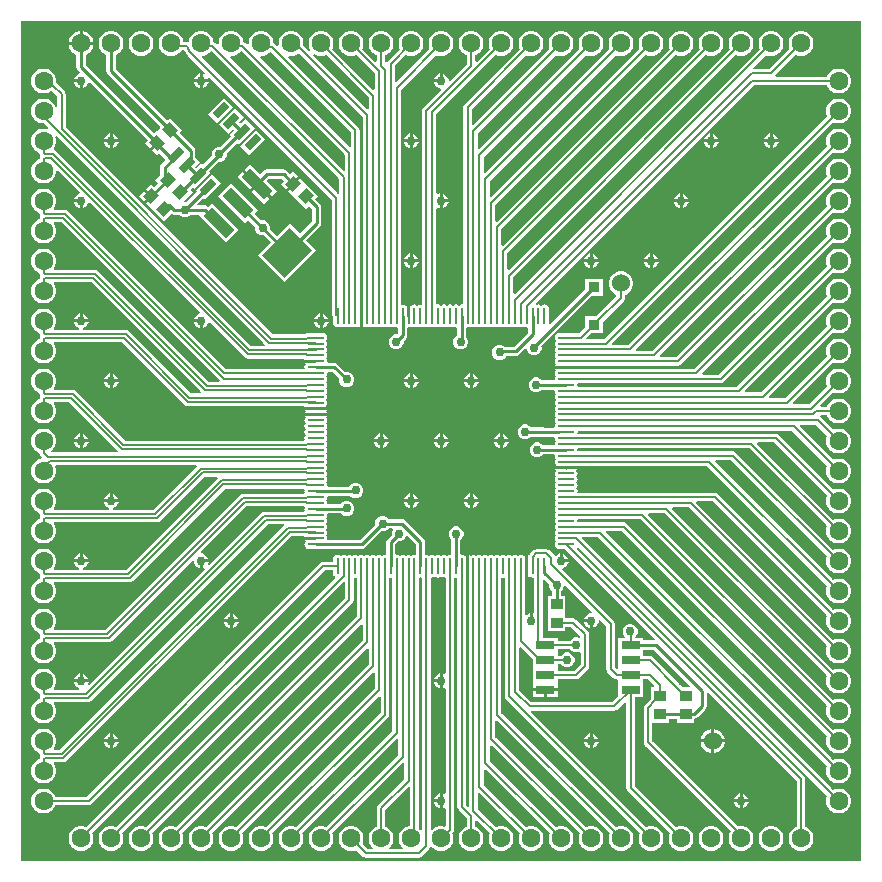
<source format=gtl>
G04*
G04 #@! TF.GenerationSoftware,Altium Limited,Altium Designer,22.1.2 (22)*
G04*
G04 Layer_Physical_Order=1*
G04 Layer_Color=255*
%FSLAX25Y25*%
%MOIN*%
G70*
G04*
G04 #@! TF.SameCoordinates,7EB5FEC4-0347-4BB5-A0A8-A435BEEEC189*
G04*
G04*
G04 #@! TF.FilePolarity,Positive*
G04*
G01*
G75*
%ADD13C,0.01000*%
%ADD16O,0.05512X0.00984*%
%ADD17O,0.00984X0.05512*%
%ADD18R,0.06496X0.02559*%
G04:AMPARAMS|DCode=19|XSize=55.12mil|YSize=23.62mil|CornerRadius=0mil|HoleSize=0mil|Usage=FLASHONLY|Rotation=45.000|XOffset=0mil|YOffset=0mil|HoleType=Round|Shape=Rectangle|*
%AMROTATEDRECTD19*
4,1,4,-0.01114,-0.02784,-0.02784,-0.01114,0.01114,0.02784,0.02784,0.01114,-0.01114,-0.02784,0.0*
%
%ADD19ROTATEDRECTD19*%

G04:AMPARAMS|DCode=20|XSize=39.37mil|YSize=106.3mil|CornerRadius=0mil|HoleSize=0mil|Usage=FLASHONLY|Rotation=45.000|XOffset=0mil|YOffset=0mil|HoleType=Round|Shape=Rectangle|*
%AMROTATEDRECTD20*
4,1,4,0.02366,-0.05150,-0.05150,0.02366,-0.02366,0.05150,0.05150,-0.02366,0.02366,-0.05150,0.0*
%
%ADD20ROTATEDRECTD20*%

G04:AMPARAMS|DCode=21|XSize=129.92mil|YSize=106.3mil|CornerRadius=0mil|HoleSize=0mil|Usage=FLASHONLY|Rotation=45.000|XOffset=0mil|YOffset=0mil|HoleType=Round|Shape=Rectangle|*
%AMROTATEDRECTD21*
4,1,4,-0.00835,-0.08352,-0.08352,-0.00835,0.00835,0.08352,0.08352,0.00835,-0.00835,-0.08352,0.0*
%
%ADD21ROTATEDRECTD21*%

G04:AMPARAMS|DCode=22|XSize=36.61mil|YSize=38.58mil|CornerRadius=0mil|HoleSize=0mil|Usage=FLASHONLY|Rotation=225.000|XOffset=0mil|YOffset=0mil|HoleType=Round|Shape=Rectangle|*
%AMROTATEDRECTD22*
4,1,4,-0.00070,0.02659,0.02659,-0.00070,0.00070,-0.02659,-0.02659,0.00070,-0.00070,0.02659,0.0*
%
%ADD22ROTATEDRECTD22*%

%ADD23R,0.03858X0.03661*%
G04:AMPARAMS|DCode=24|XSize=36.61mil|YSize=38.58mil|CornerRadius=0mil|HoleSize=0mil|Usage=FLASHONLY|Rotation=135.000|XOffset=0mil|YOffset=0mil|HoleType=Round|Shape=Rectangle|*
%AMROTATEDRECTD24*
4,1,4,0.02659,0.00070,-0.00070,-0.02659,-0.02659,-0.00070,0.00070,0.02659,0.02659,0.00070,0.0*
%
%ADD24ROTATEDRECTD24*%

%ADD25R,0.03740X0.03543*%
%ADD37C,0.00800*%
%ADD38C,0.06000*%
%ADD39C,0.06299*%
%ADD40C,0.03000*%
G36*
X380000Y100000D02*
X100000D01*
Y380000D01*
X380000D01*
Y100000D01*
D02*
G37*
%LPC*%
G36*
X120546Y376650D02*
X120500D01*
Y373000D01*
X124150D01*
Y373046D01*
X123867Y374102D01*
X123320Y375048D01*
X122548Y375820D01*
X121602Y376367D01*
X120546Y376650D01*
D02*
G37*
G36*
X119500D02*
X119454D01*
X118398Y376367D01*
X117452Y375820D01*
X116680Y375048D01*
X116133Y374102D01*
X115850Y373046D01*
Y373000D01*
X119500D01*
Y376650D01*
D02*
G37*
G36*
X360546D02*
X359454D01*
X358398Y376367D01*
X357452Y375820D01*
X356680Y375048D01*
X356133Y374102D01*
X355850Y373046D01*
Y371954D01*
X356133Y370898D01*
X356223Y370742D01*
X349409Y363927D01*
X344153D01*
X343946Y364427D01*
X348242Y368723D01*
X348398Y368633D01*
X349454Y368350D01*
X350546D01*
X351602Y368633D01*
X352548Y369180D01*
X353321Y369952D01*
X353867Y370898D01*
X354150Y371954D01*
Y373046D01*
X353867Y374102D01*
X353321Y375048D01*
X352548Y375820D01*
X351602Y376367D01*
X350546Y376650D01*
X349454D01*
X348398Y376367D01*
X347452Y375820D01*
X346679Y375048D01*
X346133Y374102D01*
X345850Y373046D01*
Y371954D01*
X346133Y370898D01*
X346223Y370742D01*
X264527Y289046D01*
X264065Y289237D01*
Y294547D01*
X338242Y368723D01*
X338398Y368633D01*
X339454Y368350D01*
X340546D01*
X341602Y368633D01*
X342548Y369180D01*
X343320Y369952D01*
X343867Y370898D01*
X344150Y371954D01*
Y373046D01*
X343867Y374102D01*
X343320Y375048D01*
X342548Y375820D01*
X341602Y376367D01*
X340546Y376650D01*
X339454D01*
X338398Y376367D01*
X337452Y375820D01*
X336680Y375048D01*
X336133Y374102D01*
X335850Y373046D01*
Y371954D01*
X336133Y370898D01*
X336223Y370742D01*
X262559Y297077D01*
X262097Y297269D01*
Y302578D01*
X328242Y368723D01*
X328398Y368633D01*
X329454Y368350D01*
X330546D01*
X331602Y368633D01*
X332548Y369180D01*
X333320Y369952D01*
X333867Y370898D01*
X334150Y371954D01*
Y373046D01*
X333867Y374102D01*
X333320Y375048D01*
X332548Y375820D01*
X331602Y376367D01*
X330546Y376650D01*
X329454D01*
X328398Y376367D01*
X327452Y375820D01*
X326679Y375048D01*
X326133Y374102D01*
X325850Y373046D01*
Y371954D01*
X326133Y370898D01*
X326223Y370742D01*
X260590Y305109D01*
X260128Y305300D01*
Y310610D01*
X318242Y368723D01*
X318398Y368633D01*
X319454Y368350D01*
X320546D01*
X321602Y368633D01*
X322548Y369180D01*
X323321Y369952D01*
X323867Y370898D01*
X324150Y371954D01*
Y373046D01*
X323867Y374102D01*
X323321Y375048D01*
X322548Y375820D01*
X321602Y376367D01*
X320546Y376650D01*
X319454D01*
X318398Y376367D01*
X317452Y375820D01*
X316680Y375048D01*
X316133Y374102D01*
X315850Y373046D01*
Y371954D01*
X316133Y370898D01*
X316223Y370742D01*
X258622Y313140D01*
X258160Y313332D01*
Y318641D01*
X308242Y368723D01*
X308398Y368633D01*
X309454Y368350D01*
X310546D01*
X311602Y368633D01*
X312548Y369180D01*
X313320Y369952D01*
X313867Y370898D01*
X314150Y371954D01*
Y373046D01*
X313867Y374102D01*
X313320Y375048D01*
X312548Y375820D01*
X311602Y376367D01*
X310546Y376650D01*
X309454D01*
X308398Y376367D01*
X307452Y375820D01*
X306680Y375048D01*
X306133Y374102D01*
X305850Y373046D01*
Y371954D01*
X306133Y370898D01*
X306223Y370742D01*
X256653Y321172D01*
X256191Y321363D01*
Y326673D01*
X298242Y368723D01*
X298398Y368633D01*
X299454Y368350D01*
X300546D01*
X301602Y368633D01*
X302548Y369180D01*
X303321Y369952D01*
X303867Y370898D01*
X304150Y371954D01*
Y373046D01*
X303867Y374102D01*
X303321Y375048D01*
X302548Y375820D01*
X301602Y376367D01*
X300546Y376650D01*
X299454D01*
X298398Y376367D01*
X297452Y375820D01*
X296679Y375048D01*
X296133Y374102D01*
X295850Y373046D01*
Y371954D01*
X296133Y370898D01*
X296223Y370742D01*
X254685Y329203D01*
X254223Y329395D01*
Y334704D01*
X288242Y368723D01*
X288398Y368633D01*
X289454Y368350D01*
X290546D01*
X291602Y368633D01*
X292548Y369180D01*
X293320Y369952D01*
X293867Y370898D01*
X294150Y371954D01*
Y373046D01*
X293867Y374102D01*
X293320Y375048D01*
X292548Y375820D01*
X291602Y376367D01*
X290546Y376650D01*
X289454D01*
X288398Y376367D01*
X287452Y375820D01*
X286680Y375048D01*
X286133Y374102D01*
X285850Y373046D01*
Y371954D01*
X286133Y370898D01*
X286223Y370742D01*
X252716Y337235D01*
X252254Y337426D01*
Y342736D01*
X278242Y368723D01*
X278398Y368633D01*
X279454Y368350D01*
X280546D01*
X281602Y368633D01*
X282548Y369180D01*
X283320Y369952D01*
X283867Y370898D01*
X284150Y371954D01*
Y373046D01*
X283867Y374102D01*
X283320Y375048D01*
X282548Y375820D01*
X281602Y376367D01*
X280546Y376650D01*
X279454D01*
X278398Y376367D01*
X277452Y375820D01*
X276679Y375048D01*
X276133Y374102D01*
X275850Y373046D01*
Y371954D01*
X276133Y370898D01*
X276223Y370742D01*
X250748Y345266D01*
X250286Y345458D01*
Y350767D01*
X268242Y368723D01*
X268398Y368633D01*
X269454Y368350D01*
X270546D01*
X271602Y368633D01*
X272548Y369180D01*
X273321Y369952D01*
X273867Y370898D01*
X274150Y371954D01*
Y373046D01*
X273867Y374102D01*
X273321Y375048D01*
X272548Y375820D01*
X271602Y376367D01*
X270546Y376650D01*
X269454D01*
X268398Y376367D01*
X267452Y375820D01*
X266680Y375048D01*
X266133Y374102D01*
X265850Y373046D01*
Y371954D01*
X266133Y370898D01*
X266223Y370742D01*
X247849Y352368D01*
X247539Y351905D01*
X247431Y351358D01*
X247431Y351358D01*
Y285804D01*
X247044Y285487D01*
X246890Y285517D01*
X246308Y285402D01*
X245905Y285133D01*
X245503Y285402D01*
X244921Y285517D01*
X244339Y285402D01*
X243937Y285133D01*
X243535Y285402D01*
X242953Y285517D01*
X242371Y285402D01*
X241968Y285133D01*
X241566Y285402D01*
X240984Y285517D01*
X240402Y285402D01*
X240000Y285133D01*
X239598Y285402D01*
X239016Y285517D01*
X238861Y285487D01*
X238475Y285804D01*
Y317385D01*
X238975Y317719D01*
X239500Y317501D01*
Y320000D01*
Y322499D01*
X238975Y322281D01*
X238475Y322615D01*
Y348956D01*
X258242Y368723D01*
X258398Y368633D01*
X259454Y368350D01*
X260546D01*
X261602Y368633D01*
X262548Y369180D01*
X263320Y369952D01*
X263867Y370898D01*
X264150Y371954D01*
Y373046D01*
X263867Y374102D01*
X263320Y375048D01*
X262548Y375820D01*
X261602Y376367D01*
X260546Y376650D01*
X259454D01*
X258398Y376367D01*
X257452Y375820D01*
X256680Y375048D01*
X256133Y374102D01*
X255850Y373046D01*
Y371954D01*
X256133Y370898D01*
X256223Y370742D01*
X251889Y366408D01*
X251427Y366599D01*
Y368586D01*
X251602Y368633D01*
X252548Y369180D01*
X253321Y369952D01*
X253867Y370898D01*
X254150Y371954D01*
Y373046D01*
X253867Y374102D01*
X253321Y375048D01*
X252548Y375820D01*
X251602Y376367D01*
X250546Y376650D01*
X249454D01*
X248398Y376367D01*
X247452Y375820D01*
X246679Y375048D01*
X246133Y374102D01*
X245850Y373046D01*
Y371954D01*
X246133Y370898D01*
X246679Y369952D01*
X247452Y369180D01*
X248398Y368633D01*
X248573Y368586D01*
Y365637D01*
X242962Y360026D01*
X242500Y360218D01*
Y360497D01*
X242119Y361416D01*
X241416Y362119D01*
X240500Y362499D01*
Y360000D01*
X240000D01*
Y359500D01*
X237501D01*
X237881Y358584D01*
X238584Y357881D01*
X239503Y357500D01*
X239782D01*
X239974Y357038D01*
X234069Y351134D01*
X233760Y350671D01*
X233651Y350124D01*
X233651Y350124D01*
Y285804D01*
X233265Y285487D01*
X233110Y285517D01*
X232528Y285402D01*
X232126Y285133D01*
X231724Y285402D01*
X231142Y285517D01*
X230559Y285402D01*
X230157Y285133D01*
X229755Y285402D01*
X229673Y285418D01*
Y284263D01*
X229620Y283996D01*
Y281732D01*
X228734D01*
X228726Y281773D01*
Y283996D01*
X228673Y284263D01*
Y285418D01*
X228591Y285402D01*
X228189Y285133D01*
X227787Y285402D01*
X227205Y285517D01*
X227050Y285487D01*
X226664Y285804D01*
Y357145D01*
X238242Y368723D01*
X238398Y368633D01*
X239454Y368350D01*
X240546D01*
X241602Y368633D01*
X242548Y369180D01*
X243320Y369952D01*
X243867Y370898D01*
X244150Y371954D01*
Y373046D01*
X243867Y374102D01*
X243320Y375048D01*
X242548Y375820D01*
X241602Y376367D01*
X240546Y376650D01*
X239454D01*
X238398Y376367D01*
X237452Y375820D01*
X236680Y375048D01*
X236133Y374102D01*
X235850Y373046D01*
Y371954D01*
X236133Y370898D01*
X236223Y370742D01*
X225157Y359676D01*
X224695Y359867D01*
Y365177D01*
X228242Y368723D01*
X228398Y368633D01*
X229454Y368350D01*
X230546D01*
X231602Y368633D01*
X232548Y369180D01*
X233320Y369952D01*
X233867Y370898D01*
X234150Y371954D01*
Y373046D01*
X233867Y374102D01*
X233320Y375048D01*
X232548Y375820D01*
X231602Y376367D01*
X230546Y376650D01*
X229454D01*
X228398Y376367D01*
X227452Y375820D01*
X226679Y375048D01*
X226133Y374102D01*
X225850Y373046D01*
Y371954D01*
X226133Y370898D01*
X226223Y370742D01*
X222258Y366777D01*
X221949Y366314D01*
X221927Y366206D01*
X221427Y366255D01*
Y368586D01*
X221602Y368633D01*
X222548Y369180D01*
X223321Y369952D01*
X223867Y370898D01*
X224150Y371954D01*
Y373046D01*
X223867Y374102D01*
X223321Y375048D01*
X222548Y375820D01*
X221602Y376367D01*
X220546Y376650D01*
X219454D01*
X218398Y376367D01*
X217452Y375820D01*
X216680Y375048D01*
X216133Y374102D01*
X215850Y373046D01*
Y371954D01*
X216133Y370898D01*
X216680Y369952D01*
X217452Y369180D01*
X218398Y368633D01*
X218573Y368586D01*
Y366599D01*
X218111Y366408D01*
X213777Y370742D01*
X213867Y370898D01*
X214150Y371954D01*
Y373046D01*
X213867Y374102D01*
X213320Y375048D01*
X212548Y375820D01*
X211602Y376367D01*
X210546Y376650D01*
X209454D01*
X208398Y376367D01*
X207452Y375820D01*
X206680Y375048D01*
X206133Y374102D01*
X205850Y373046D01*
Y371954D01*
X206133Y370898D01*
X206680Y369952D01*
X207452Y369180D01*
X208398Y368633D01*
X209454Y368350D01*
X210546D01*
X211602Y368633D01*
X211758Y368723D01*
X217903Y362578D01*
Y357269D01*
X217441Y357077D01*
X203777Y370742D01*
X203867Y370898D01*
X204150Y371954D01*
Y373046D01*
X203867Y374102D01*
X203321Y375048D01*
X202548Y375820D01*
X201602Y376367D01*
X200546Y376650D01*
X199454D01*
X198398Y376367D01*
X197452Y375820D01*
X196679Y375048D01*
X196133Y374102D01*
X195850Y373046D01*
Y371954D01*
X196133Y370898D01*
X196551Y370175D01*
X196151Y369868D01*
X194132Y371887D01*
X194150Y371954D01*
Y373046D01*
X193867Y374102D01*
X193321Y375048D01*
X192548Y375820D01*
X191602Y376367D01*
X190546Y376650D01*
X189454D01*
X188398Y376367D01*
X187452Y375820D01*
X186679Y375048D01*
X186133Y374102D01*
X185850Y373046D01*
Y371954D01*
X185879Y371847D01*
X185431Y371588D01*
X184535Y372484D01*
X184150Y372741D01*
Y373046D01*
X183867Y374102D01*
X183320Y375048D01*
X182548Y375820D01*
X181602Y376367D01*
X180546Y376650D01*
X179454D01*
X178398Y376367D01*
X177452Y375820D01*
X176680Y375048D01*
X176133Y374102D01*
X175850Y373046D01*
Y372375D01*
X175350Y372168D01*
X174785Y372734D01*
X174322Y373043D01*
X174141Y373079D01*
X173867Y374102D01*
X173320Y375048D01*
X172548Y375820D01*
X171602Y376367D01*
X170546Y376650D01*
X169454D01*
X168398Y376367D01*
X167452Y375820D01*
X166680Y375048D01*
X166133Y374102D01*
X165850Y373046D01*
Y372375D01*
X165350Y372168D01*
X164785Y372734D01*
X164322Y373043D01*
X164141Y373079D01*
X163867Y374102D01*
X163321Y375048D01*
X162548Y375820D01*
X161602Y376367D01*
X160546Y376650D01*
X159454D01*
X158398Y376367D01*
X157452Y375820D01*
X156679Y375048D01*
X156133Y374102D01*
X155953Y373428D01*
X155643Y373089D01*
X155619Y373066D01*
X155368Y373088D01*
X155324Y373097D01*
X155053Y373152D01*
X155051Y373151D01*
X155048Y373152D01*
X154121D01*
X153867Y374102D01*
X153321Y375048D01*
X152548Y375820D01*
X151602Y376367D01*
X150546Y376650D01*
X149454D01*
X148398Y376367D01*
X147452Y375820D01*
X146679Y375048D01*
X146133Y374102D01*
X145850Y373046D01*
Y371954D01*
X146133Y370898D01*
X146679Y369952D01*
X147452Y369180D01*
X148398Y368633D01*
X149454Y368350D01*
X150546D01*
X151602Y368633D01*
X152548Y369180D01*
X153321Y369952D01*
X153520Y370297D01*
X154451D01*
X154477Y370212D01*
X155029Y369179D01*
X155773Y368273D01*
X155774Y368274D01*
X161366Y362682D01*
X161082Y362258D01*
X160500Y362499D01*
Y360500D01*
X162499D01*
X162258Y361082D01*
X162681Y361366D01*
X203724Y320323D01*
Y282132D01*
X203724Y282132D01*
X203832Y281586D01*
X204030Y281291D01*
Y279468D01*
X204146Y278886D01*
X204475Y278393D01*
X204969Y278063D01*
X205551Y277947D01*
X206133Y278063D01*
X206535Y278332D01*
X206938Y278063D01*
X207520Y277947D01*
X208102Y278063D01*
X208504Y278332D01*
X208906Y278063D01*
X209488Y277947D01*
X210070Y278063D01*
X210472Y278332D01*
X210875Y278063D01*
X211457Y277947D01*
X212039Y278063D01*
X212441Y278332D01*
X212843Y278063D01*
X212925Y278047D01*
Y279202D01*
X212978Y279468D01*
Y281732D01*
Y283996D01*
X212925Y284263D01*
Y285770D01*
X212884Y285804D01*
Y343543D01*
X212775Y344090D01*
X212466Y344553D01*
X212466Y344553D01*
X189088Y367931D01*
X189347Y368379D01*
X189454Y368350D01*
X190546D01*
X191602Y368633D01*
X192548Y369180D01*
X192675Y369306D01*
X213966Y348015D01*
Y285804D01*
X213925Y285770D01*
Y284263D01*
X213872Y283996D01*
Y281732D01*
Y279468D01*
X213925Y279202D01*
Y278047D01*
X214007Y278063D01*
X214409Y278332D01*
X214811Y278063D01*
X215394Y277947D01*
X215976Y278063D01*
X216378Y278332D01*
X216780Y278063D01*
X217362Y277947D01*
X217944Y278063D01*
X218347Y278332D01*
X218748Y278063D01*
X219331Y277947D01*
X219913Y278063D01*
X220315Y278332D01*
X220717Y278063D01*
X221299Y277947D01*
X221881Y278063D01*
X222284Y278332D01*
X222686Y278063D01*
X223268Y277947D01*
X223850Y278063D01*
X224252Y278332D01*
X224654Y278063D01*
X225236Y277947D01*
X225289Y277958D01*
X225675Y277640D01*
Y275838D01*
X225337Y275500D01*
X224503D01*
X223584Y275119D01*
X222881Y274416D01*
X222500Y273497D01*
Y272503D01*
X222881Y271584D01*
X223584Y270881D01*
X224503Y270500D01*
X225497D01*
X226416Y270881D01*
X227119Y271584D01*
X227500Y272503D01*
Y273337D01*
X228286Y274123D01*
X228618Y274620D01*
X228734Y275205D01*
Y277640D01*
X229121Y277958D01*
X229173Y277947D01*
X229755Y278063D01*
X230157Y278332D01*
X230559Y278063D01*
X231142Y277947D01*
X231724Y278063D01*
X232126Y278332D01*
X232528Y278063D01*
X233110Y277947D01*
X233692Y278063D01*
X234095Y278332D01*
X234496Y278063D01*
X235079Y277947D01*
X235661Y278063D01*
X236063Y278332D01*
X236465Y278063D01*
X237047Y277947D01*
X237629Y278063D01*
X238032Y278332D01*
X238434Y278063D01*
X239016Y277947D01*
X239598Y278063D01*
X240000Y278332D01*
X240402Y278063D01*
X240984Y277947D01*
X241566Y278063D01*
X241968Y278332D01*
X242371Y278063D01*
X242953Y277947D01*
X243535Y278063D01*
X243937Y278332D01*
X244339Y278063D01*
X244921Y277947D01*
X244966Y277956D01*
X245353Y277639D01*
Y275231D01*
X245084Y275119D01*
X244381Y274416D01*
X244000Y273497D01*
Y272503D01*
X244381Y271584D01*
X245084Y270881D01*
X246003Y270500D01*
X246997D01*
X247916Y270881D01*
X248619Y271584D01*
X249000Y272503D01*
Y273497D01*
X248619Y274416D01*
X248411Y274624D01*
Y277642D01*
X248798Y277959D01*
X248858Y277947D01*
X249441Y278063D01*
X249843Y278332D01*
X250245Y278063D01*
X250827Y277947D01*
X251409Y278063D01*
X251811Y278332D01*
X252213Y278063D01*
X252795Y277947D01*
X253378Y278063D01*
X253780Y278332D01*
X254182Y278063D01*
X254764Y277947D01*
X255346Y278063D01*
X255748Y278332D01*
X256150Y278063D01*
X256732Y277947D01*
X257314Y278063D01*
X257716Y278332D01*
X258119Y278063D01*
X258701Y277947D01*
X259283Y278063D01*
X259685Y278332D01*
X260087Y278063D01*
X260669Y277947D01*
X261251Y278063D01*
X261653Y278332D01*
X262056Y278063D01*
X262638Y277947D01*
X263220Y278063D01*
X263622Y278332D01*
X264024Y278063D01*
X264606Y277947D01*
X265189Y278063D01*
X265591Y278332D01*
X265993Y278063D01*
X266575Y277947D01*
X267157Y278063D01*
X267559Y278332D01*
X267961Y278063D01*
X268543Y277947D01*
X268590Y277956D01*
X268976Y277639D01*
Y276139D01*
X264249Y271412D01*
X261123D01*
X260916Y271619D01*
X259997Y272000D01*
X259003D01*
X258084Y271619D01*
X257381Y270916D01*
X257000Y269997D01*
Y269003D01*
X257381Y268084D01*
X258084Y267381D01*
X259003Y267000D01*
X259997D01*
X260916Y267381D01*
X261619Y268084D01*
X261731Y268353D01*
X264883D01*
X265468Y268470D01*
X265964Y268801D01*
X268038Y270875D01*
X268500Y270684D01*
Y270503D01*
X268881Y269584D01*
X269584Y268881D01*
X270503Y268500D01*
X271497D01*
X272416Y268881D01*
X273119Y269584D01*
X273500Y270503D01*
Y271497D01*
X273459Y271596D01*
X290293Y288429D01*
X293870D01*
Y293972D01*
X288130D01*
Y290592D01*
X276349Y278811D01*
X275888Y279058D01*
X275970Y279468D01*
Y283996D01*
X275854Y284578D01*
X275525Y285072D01*
X275031Y285402D01*
X274449Y285517D01*
X273867Y285402D01*
X273465Y285133D01*
X273062Y285402D01*
X272480Y285517D01*
X271974Y285417D01*
X271838Y285457D01*
X271796Y285532D01*
X271766Y286092D01*
X344246Y358573D01*
X368586D01*
X368633Y358398D01*
X369180Y357452D01*
X369952Y356680D01*
X370898Y356133D01*
X371954Y355850D01*
X373046D01*
X374102Y356133D01*
X375048Y356680D01*
X375820Y357452D01*
X376367Y358398D01*
X376650Y359454D01*
Y360546D01*
X376367Y361602D01*
X375820Y362548D01*
X375048Y363320D01*
X374102Y363867D01*
X373046Y364150D01*
X371954D01*
X370898Y363867D01*
X369952Y363320D01*
X369180Y362548D01*
X368633Y361602D01*
X368586Y361427D01*
X351653D01*
X351446Y361927D01*
X358242Y368723D01*
X358398Y368633D01*
X359454Y368350D01*
X360546D01*
X361602Y368633D01*
X362548Y369180D01*
X363320Y369952D01*
X363867Y370898D01*
X364150Y371954D01*
Y373046D01*
X363867Y374102D01*
X363320Y375048D01*
X362548Y375820D01*
X361602Y376367D01*
X360546Y376650D01*
D02*
G37*
G36*
X140546D02*
X139454D01*
X138398Y376367D01*
X137452Y375820D01*
X136679Y375048D01*
X136133Y374102D01*
X135850Y373046D01*
Y371954D01*
X136133Y370898D01*
X136679Y369952D01*
X137452Y369180D01*
X138398Y368633D01*
X139454Y368350D01*
X140546D01*
X141602Y368633D01*
X142548Y369180D01*
X143321Y369952D01*
X143867Y370898D01*
X144150Y371954D01*
Y373046D01*
X143867Y374102D01*
X143321Y375048D01*
X142548Y375820D01*
X141602Y376367D01*
X140546Y376650D01*
D02*
G37*
G36*
X239500Y362499D02*
X238584Y362119D01*
X237881Y361416D01*
X237501Y360500D01*
X239500D01*
Y362499D01*
D02*
G37*
G36*
X159500D02*
X158584Y362119D01*
X157881Y361416D01*
X157501Y360500D01*
X159500D01*
Y362499D01*
D02*
G37*
G36*
X162499Y359500D02*
X160500D01*
Y357501D01*
X161416Y357881D01*
X162119Y358584D01*
X162499Y359500D01*
D02*
G37*
G36*
X159500D02*
X157501D01*
X157881Y358584D01*
X158584Y357881D01*
X159500Y357501D01*
Y359500D01*
D02*
G37*
G36*
X119500D02*
X117501D01*
X117881Y358584D01*
X118584Y357881D01*
X119500Y357501D01*
Y359500D01*
D02*
G37*
G36*
X108046Y364150D02*
X106954D01*
X105898Y363867D01*
X104952Y363320D01*
X104180Y362548D01*
X103633Y361602D01*
X103350Y360546D01*
Y359454D01*
X103633Y358398D01*
X104180Y357452D01*
X104952Y356680D01*
X105898Y356133D01*
X106954Y355850D01*
X108046D01*
X109102Y356133D01*
X110048Y356680D01*
X110175Y356806D01*
X112073Y354909D01*
Y350900D01*
X111573Y350834D01*
X111367Y351602D01*
X110820Y352548D01*
X110048Y353321D01*
X109102Y353867D01*
X108046Y354150D01*
X106954D01*
X105898Y353867D01*
X104952Y353321D01*
X104180Y352548D01*
X103633Y351602D01*
X103350Y350546D01*
Y349454D01*
X103633Y348398D01*
X104180Y347452D01*
X104952Y346679D01*
X105898Y346133D01*
X106954Y345850D01*
X107631D01*
X109095Y344386D01*
X108836Y343938D01*
X108046Y344150D01*
X106954D01*
X105898Y343867D01*
X104952Y343320D01*
X104180Y342548D01*
X103633Y341602D01*
X103350Y340546D01*
Y339454D01*
X103633Y338398D01*
X104180Y337452D01*
X104952Y336680D01*
X105898Y336133D01*
X106079Y336085D01*
X106181Y335572D01*
X106491Y335109D01*
Y334891D01*
X106181Y334428D01*
X106079Y333915D01*
X105898Y333867D01*
X104952Y333320D01*
X104180Y332548D01*
X103633Y331602D01*
X103350Y330546D01*
Y329454D01*
X103633Y328398D01*
X104180Y327452D01*
X104952Y326679D01*
X105898Y326133D01*
X106954Y325850D01*
X108046D01*
X109102Y326133D01*
X110048Y326679D01*
X110820Y327452D01*
X111367Y328398D01*
X111650Y329454D01*
Y330125D01*
X112150Y330332D01*
X119519Y322962D01*
X119341Y322433D01*
X118584Y322119D01*
X117881Y321416D01*
X117501Y320500D01*
X120000D01*
Y320000D01*
X120500D01*
Y317501D01*
X121416Y317881D01*
X122119Y318584D01*
X122433Y319341D01*
X122962Y319519D01*
X159519Y282962D01*
X159341Y282433D01*
X158584Y282119D01*
X157881Y281416D01*
X157501Y280500D01*
X160000D01*
Y280000D01*
X160500D01*
Y277501D01*
X161416Y277881D01*
X162119Y278584D01*
X162433Y279341D01*
X162962Y279519D01*
X174613Y267868D01*
X174613Y267868D01*
X175076Y267559D01*
X175622Y267450D01*
X175622Y267450D01*
X194193D01*
X194292Y267378D01*
X194518Y267075D01*
X195737D01*
X196004Y267022D01*
X198268D01*
Y266136D01*
X198227Y266128D01*
X196004D01*
X195737Y266075D01*
X194582D01*
X194598Y265993D01*
X194867Y265591D01*
X194598Y265189D01*
X194483Y264606D01*
X194518Y264429D01*
X194201Y264043D01*
X168314D01*
X115698Y316659D01*
X115235Y316969D01*
X114689Y317077D01*
X114688Y317077D01*
X111091D01*
X110893Y317577D01*
X111367Y318398D01*
X111650Y319454D01*
Y320546D01*
X111367Y321602D01*
X110820Y322548D01*
X110048Y323321D01*
X109102Y323867D01*
X108046Y324150D01*
X106954D01*
X105898Y323867D01*
X104952Y323321D01*
X104180Y322548D01*
X103633Y321602D01*
X103350Y320546D01*
Y319454D01*
X103633Y318398D01*
X104180Y317452D01*
X104952Y316680D01*
X105898Y316133D01*
X106079Y316085D01*
X106181Y315572D01*
X106491Y315109D01*
Y314891D01*
X106181Y314428D01*
X106079Y313915D01*
X105898Y313867D01*
X104952Y313320D01*
X104180Y312548D01*
X103633Y311602D01*
X103350Y310546D01*
Y309454D01*
X103633Y308398D01*
X104180Y307452D01*
X104952Y306680D01*
X105898Y306133D01*
X106954Y305850D01*
X108046D01*
X109102Y306133D01*
X110048Y306680D01*
X110820Y307452D01*
X111367Y308398D01*
X111650Y309454D01*
Y310546D01*
X111367Y311602D01*
X110893Y312423D01*
X111091Y312923D01*
X113559D01*
X166225Y260256D01*
X166034Y259794D01*
X162563D01*
X125698Y296659D01*
X125235Y296969D01*
X124688Y297077D01*
X124688Y297077D01*
X111091D01*
X110893Y297577D01*
X111367Y298398D01*
X111650Y299454D01*
Y300546D01*
X111367Y301602D01*
X110820Y302548D01*
X110048Y303321D01*
X109102Y303867D01*
X108046Y304150D01*
X106954D01*
X105898Y303867D01*
X104952Y303321D01*
X104180Y302548D01*
X103633Y301602D01*
X103350Y300546D01*
Y299454D01*
X103633Y298398D01*
X104180Y297452D01*
X104952Y296679D01*
X105898Y296133D01*
X106079Y296085D01*
X106181Y295572D01*
X106491Y295109D01*
Y294891D01*
X106181Y294428D01*
X106079Y293915D01*
X105898Y293867D01*
X104952Y293320D01*
X104180Y292548D01*
X103633Y291602D01*
X103350Y290546D01*
Y289454D01*
X103633Y288398D01*
X104180Y287452D01*
X104952Y286680D01*
X105898Y286133D01*
X106954Y285850D01*
X108046D01*
X109102Y286133D01*
X110048Y286680D01*
X110820Y287452D01*
X111367Y288398D01*
X111650Y289454D01*
Y290546D01*
X111367Y291602D01*
X110893Y292423D01*
X111091Y292923D01*
X123559D01*
X160124Y256357D01*
X159917Y255857D01*
X156662D01*
X135859Y276659D01*
X135396Y276969D01*
X134850Y277077D01*
X134850Y277077D01*
X120784D01*
X120684Y277577D01*
X121416Y277881D01*
X122119Y278584D01*
X122499Y279500D01*
X117501D01*
X117881Y278584D01*
X118584Y277881D01*
X119316Y277577D01*
X119216Y277077D01*
X111091D01*
X110893Y277577D01*
X111367Y278398D01*
X111650Y279454D01*
Y280546D01*
X111367Y281602D01*
X110820Y282548D01*
X110048Y283320D01*
X109102Y283867D01*
X108046Y284150D01*
X106954D01*
X105898Y283867D01*
X104952Y283320D01*
X104180Y282548D01*
X103633Y281602D01*
X103350Y280546D01*
Y279454D01*
X103633Y278398D01*
X104180Y277452D01*
X104952Y276679D01*
X105898Y276133D01*
X106079Y276085D01*
X106181Y275572D01*
X106491Y275109D01*
Y274891D01*
X106181Y274428D01*
X106079Y273915D01*
X105898Y273867D01*
X104952Y273321D01*
X104180Y272548D01*
X103633Y271602D01*
X103350Y270546D01*
Y269454D01*
X103633Y268398D01*
X104180Y267452D01*
X104952Y266680D01*
X105898Y266133D01*
X106954Y265850D01*
X108046D01*
X109102Y266133D01*
X110048Y266680D01*
X110820Y267452D01*
X111367Y268398D01*
X111650Y269454D01*
Y270546D01*
X111367Y271602D01*
X110893Y272423D01*
X111091Y272923D01*
X133720D01*
X154523Y252120D01*
X154523Y252120D01*
X154986Y251811D01*
X155532Y251702D01*
X155532Y251702D01*
X194193D01*
X194292Y251630D01*
X194518Y251327D01*
X195737D01*
X196004Y251274D01*
X198268D01*
X200532D01*
X200798Y251327D01*
X201953D01*
X201937Y251409D01*
X201668Y251811D01*
X201937Y252213D01*
X202053Y252795D01*
X201937Y253378D01*
X201668Y253780D01*
X201937Y254182D01*
X202053Y254764D01*
X201937Y255346D01*
X201668Y255748D01*
X201937Y256150D01*
X202053Y256732D01*
X201937Y257314D01*
X201668Y257716D01*
X201937Y258119D01*
X202053Y258701D01*
X201937Y259283D01*
X201668Y259685D01*
X201937Y260087D01*
X202053Y260669D01*
X201937Y261251D01*
X201668Y261653D01*
X201937Y262056D01*
X202053Y262638D01*
X202042Y262690D01*
X202360Y263077D01*
X203760D01*
X206000Y260837D01*
Y260003D01*
X206381Y259084D01*
X207084Y258381D01*
X208003Y258000D01*
X208997D01*
X209916Y258381D01*
X210619Y259084D01*
X211000Y260003D01*
Y260997D01*
X210619Y261916D01*
X209916Y262619D01*
X208997Y263000D01*
X208163D01*
X205475Y265688D01*
X204979Y266019D01*
X204394Y266136D01*
X202360D01*
X202042Y266522D01*
X202053Y266575D01*
X201937Y267157D01*
X201668Y267559D01*
X201937Y267961D01*
X202053Y268543D01*
X201937Y269126D01*
X201668Y269528D01*
X201937Y269930D01*
X202053Y270512D01*
X201937Y271094D01*
X201668Y271496D01*
X201937Y271898D01*
X202053Y272480D01*
X201937Y273062D01*
X201668Y273465D01*
X201937Y273867D01*
X202053Y274449D01*
X201937Y275031D01*
X201607Y275525D01*
X201114Y275854D01*
X200532Y275970D01*
X196004D01*
X195422Y275854D01*
X195402Y275841D01*
X195261D01*
X195261Y275841D01*
X194715Y275732D01*
X194430Y275542D01*
X183977D01*
X114927Y344591D01*
Y355500D01*
X114927Y355500D01*
X114819Y356046D01*
X114509Y356509D01*
X111632Y359387D01*
X111650Y359454D01*
Y360546D01*
X111367Y361602D01*
X110820Y362548D01*
X110048Y363320D01*
X109102Y363867D01*
X108046Y364150D01*
D02*
G37*
G36*
X167687Y354379D02*
X162376Y349067D01*
X165460Y345983D01*
X170772Y351294D01*
X167687Y354379D01*
D02*
G37*
G36*
X373046Y354150D02*
X371954D01*
X370898Y353867D01*
X369952Y353321D01*
X369180Y352548D01*
X368633Y351602D01*
X368350Y350546D01*
Y349454D01*
X368633Y348398D01*
X368723Y348242D01*
X294389Y273908D01*
X288682D01*
X288491Y274370D01*
X290149Y276028D01*
X293870D01*
Y279651D01*
X301009Y286790D01*
X301009Y286790D01*
X301319Y287253D01*
X301427Y287799D01*
Y288741D01*
X301544Y288773D01*
X302456Y289299D01*
X303201Y290044D01*
X303727Y290956D01*
X304000Y291973D01*
Y293027D01*
X303727Y294044D01*
X303201Y294956D01*
X302456Y295701D01*
X301544Y296227D01*
X300527Y296500D01*
X299473D01*
X298456Y296227D01*
X297544Y295701D01*
X296799Y294956D01*
X296273Y294044D01*
X296000Y293027D01*
Y291973D01*
X296273Y290956D01*
X296799Y290044D01*
X297544Y289299D01*
X298386Y288813D01*
X298448Y288494D01*
X298441Y288259D01*
X291753Y281571D01*
X288130D01*
Y278046D01*
X285960Y275876D01*
X284468D01*
X283996Y275970D01*
X279468D01*
X278886Y275854D01*
X278393Y275525D01*
X278063Y275031D01*
X277947Y274449D01*
X278063Y273867D01*
X278332Y273465D01*
X278063Y273062D01*
X277947Y272480D01*
X278063Y271898D01*
X278332Y271496D01*
X278063Y271094D01*
X277947Y270512D01*
X278063Y269930D01*
X278332Y269528D01*
X278063Y269126D01*
X277947Y268543D01*
X278063Y267961D01*
X278332Y267559D01*
X278063Y267157D01*
X277947Y266575D01*
X278063Y265993D01*
X278332Y265591D01*
X278063Y265189D01*
X278047Y265106D01*
X279202D01*
X279468Y265053D01*
X281732D01*
X283996D01*
X284263Y265106D01*
X285770D01*
X285804Y265147D01*
X319075D01*
X319075Y265147D01*
X319621Y265256D01*
X320084Y265565D01*
X370742Y316223D01*
X370898Y316133D01*
X371954Y315850D01*
X373046D01*
X374102Y316133D01*
X375048Y316680D01*
X375820Y317452D01*
X376367Y318398D01*
X376650Y319454D01*
Y320546D01*
X376367Y321602D01*
X375820Y322548D01*
X375048Y323321D01*
X374102Y323867D01*
X373046Y324150D01*
X371954D01*
X370898Y323867D01*
X369952Y323321D01*
X369180Y322548D01*
X368633Y321602D01*
X368350Y320546D01*
Y319454D01*
X368633Y318398D01*
X368723Y318242D01*
X318483Y268002D01*
X313174D01*
X312983Y268464D01*
X370742Y326223D01*
X370898Y326133D01*
X371954Y325850D01*
X373046D01*
X374102Y326133D01*
X375048Y326679D01*
X375820Y327452D01*
X376367Y328398D01*
X376650Y329454D01*
Y330546D01*
X376367Y331602D01*
X375820Y332548D01*
X375048Y333320D01*
X374102Y333867D01*
X373046Y334150D01*
X371954D01*
X370898Y333867D01*
X369952Y333320D01*
X369180Y332548D01*
X368633Y331602D01*
X368350Y330546D01*
Y329454D01*
X368633Y328398D01*
X368723Y328242D01*
X310452Y269971D01*
X305143D01*
X304951Y270433D01*
X370742Y336223D01*
X370898Y336133D01*
X371954Y335850D01*
X373046D01*
X374102Y336133D01*
X375048Y336680D01*
X375820Y337452D01*
X376367Y338398D01*
X376650Y339454D01*
Y340546D01*
X376367Y341602D01*
X375820Y342548D01*
X375048Y343320D01*
X374102Y343867D01*
X373046Y344150D01*
X371954D01*
X370898Y343867D01*
X369952Y343320D01*
X369180Y342548D01*
X368633Y341602D01*
X368350Y340546D01*
Y339454D01*
X368633Y338398D01*
X368723Y338242D01*
X302420Y271939D01*
X297111D01*
X296920Y272401D01*
X370742Y346223D01*
X370898Y346133D01*
X371954Y345850D01*
X373046D01*
X374102Y346133D01*
X375048Y346679D01*
X375820Y347452D01*
X376367Y348398D01*
X376650Y349454D01*
Y350546D01*
X376367Y351602D01*
X375820Y352548D01*
X375048Y353321D01*
X374102Y353867D01*
X373046Y354150D01*
D02*
G37*
G36*
X130546Y376650D02*
X129454D01*
X128398Y376367D01*
X127452Y375820D01*
X126680Y375048D01*
X126133Y374102D01*
X125850Y373046D01*
Y371954D01*
X126133Y370898D01*
X126680Y369952D01*
X127452Y369180D01*
X128398Y368633D01*
X128471Y368614D01*
Y363287D01*
X128587Y362702D01*
X128919Y362206D01*
X146241Y344883D01*
X146241Y344383D01*
X145571Y343713D01*
X145287Y343429D01*
X144367Y342509D01*
X121529Y365346D01*
Y368614D01*
X121602Y368633D01*
X122548Y369180D01*
X123320Y369952D01*
X123867Y370898D01*
X124150Y371954D01*
Y372000D01*
X120000D01*
X115850D01*
Y371954D01*
X116133Y370898D01*
X116680Y369952D01*
X117452Y369180D01*
X118398Y368633D01*
X118471Y368614D01*
Y364713D01*
X118587Y364128D01*
X118919Y363631D01*
X119588Y362962D01*
X119390Y362453D01*
X118584Y362119D01*
X117881Y361416D01*
X117501Y360500D01*
X120000D01*
Y360000D01*
X120500D01*
Y357501D01*
X121416Y357881D01*
X122119Y358584D01*
X122453Y359390D01*
X122962Y359588D01*
X142204Y340346D01*
X141284Y339426D01*
X143001Y337708D01*
X145003Y339710D01*
X145710Y339003D01*
X143708Y337001D01*
X145426Y335284D01*
X146113Y335970D01*
X147696Y334387D01*
X147621Y334313D01*
X148261Y333672D01*
X146822Y332233D01*
X146490Y331737D01*
X146374Y331152D01*
Y328664D01*
X144784Y327074D01*
X145704Y326154D01*
X144346Y324796D01*
X143426Y325716D01*
X141708Y323999D01*
X143710Y321997D01*
X143356Y321644D01*
X143710Y321290D01*
X141639Y319219D01*
X143287Y317571D01*
X143571Y317287D01*
X147574Y313284D01*
X150075Y315785D01*
X150371Y315587D01*
X150956Y315471D01*
X152600D01*
X153191Y314881D01*
X154109Y314500D01*
X155104D01*
X156023Y314881D01*
X156613Y315471D01*
X159198D01*
X159320Y315176D01*
Y315176D01*
X168251Y306245D01*
X172449Y310443D01*
X163518Y319374D01*
X162274Y318130D01*
X161851Y318413D01*
X161266Y318529D01*
X158952D01*
X158761Y318991D01*
X160852Y321082D01*
X161312Y320621D01*
X166624Y325933D01*
X163540Y329017D01*
X158228Y323706D01*
X158689Y323245D01*
X154959Y319516D01*
X154471Y319565D01*
X154290Y320000D01*
X157216Y322926D01*
X156420Y323722D01*
X157316Y324618D01*
X157777Y324157D01*
X163089Y329468D01*
X162619Y329938D01*
X165681Y333000D01*
X166497D01*
X167416Y333381D01*
X168119Y334084D01*
X168500Y335003D01*
Y335819D01*
X172062Y339381D01*
X172531Y338911D01*
X177843Y344223D01*
X174759Y347308D01*
X173184Y345733D01*
X172733Y346184D01*
X174308Y347759D01*
X171223Y350843D01*
X165911Y345532D01*
X168996Y342447D01*
X170570Y344021D01*
X171021Y343570D01*
X169447Y341996D01*
X169899Y341544D01*
X166355Y338000D01*
X165503D01*
X164584Y337619D01*
X163881Y336916D01*
X163500Y335997D01*
Y335145D01*
X160456Y332101D01*
X160004Y332553D01*
X158430Y330979D01*
X157979Y331430D01*
X159553Y333004D01*
X158029Y334528D01*
Y336787D01*
X157913Y337372D01*
X157581Y337869D01*
X152796Y342654D01*
X153716Y343574D01*
X149574Y347716D01*
X148654Y346796D01*
X131529Y363921D01*
Y368614D01*
X131602Y368633D01*
X132548Y369180D01*
X133320Y369952D01*
X133867Y370898D01*
X134150Y371954D01*
Y373046D01*
X133867Y374102D01*
X133320Y375048D01*
X132548Y375820D01*
X131602Y376367D01*
X130546Y376650D01*
D02*
G37*
G36*
X350500Y342499D02*
Y340500D01*
X352499D01*
X352119Y341416D01*
X351416Y342119D01*
X350500Y342499D01*
D02*
G37*
G36*
X349500D02*
X348584Y342119D01*
X347881Y341416D01*
X347501Y340500D01*
X349500D01*
Y342499D01*
D02*
G37*
G36*
X330500D02*
Y340500D01*
X332499D01*
X332119Y341416D01*
X331416Y342119D01*
X330500Y342499D01*
D02*
G37*
G36*
X329500D02*
X328584Y342119D01*
X327881Y341416D01*
X327501Y340500D01*
X329500D01*
Y342499D01*
D02*
G37*
G36*
X230500D02*
Y340500D01*
X232499D01*
X232119Y341416D01*
X231416Y342119D01*
X230500Y342499D01*
D02*
G37*
G36*
X229500D02*
X228584Y342119D01*
X227881Y341416D01*
X227501Y340500D01*
X229500D01*
Y342499D01*
D02*
G37*
G36*
X130500D02*
Y340500D01*
X132499D01*
X132119Y341416D01*
X131416Y342119D01*
X130500Y342499D01*
D02*
G37*
G36*
X129500D02*
X128584Y342119D01*
X127881Y341416D01*
X127501Y340500D01*
X129500D01*
Y342499D01*
D02*
G37*
G36*
X352499Y339500D02*
X350500D01*
Y337501D01*
X351416Y337881D01*
X352119Y338584D01*
X352499Y339500D01*
D02*
G37*
G36*
X349500D02*
X347501D01*
X347881Y338584D01*
X348584Y337881D01*
X349500Y337501D01*
Y339500D01*
D02*
G37*
G36*
X332499D02*
X330500D01*
Y337501D01*
X331416Y337881D01*
X332119Y338584D01*
X332499Y339500D01*
D02*
G37*
G36*
X329500D02*
X327501D01*
X327881Y338584D01*
X328584Y337881D01*
X329500Y337501D01*
Y339500D01*
D02*
G37*
G36*
X232499D02*
X230500D01*
Y337501D01*
X231416Y337881D01*
X232119Y338584D01*
X232499Y339500D01*
D02*
G37*
G36*
X229500D02*
X227501D01*
X227881Y338584D01*
X228584Y337881D01*
X229500Y337501D01*
Y339500D01*
D02*
G37*
G36*
X132499D02*
X130500D01*
Y337501D01*
X131416Y337881D01*
X132119Y338584D01*
X132499Y339500D01*
D02*
G37*
G36*
X129500D02*
X127501D01*
X127881Y338584D01*
X128584Y337881D01*
X129500Y337501D01*
Y339500D01*
D02*
G37*
G36*
X178294Y343772D02*
X172983Y338460D01*
X176067Y335376D01*
X181379Y340688D01*
X178294Y343772D01*
D02*
G37*
G36*
X176324Y332180D02*
X174579Y330434D01*
X179044Y325969D01*
X183509Y321504D01*
X185255Y323249D01*
X181770Y326734D01*
X182507Y327471D01*
X186866D01*
X187630Y326707D01*
X186640Y325718D01*
X188288Y324069D01*
X190359Y326141D01*
X192430Y328212D01*
X190782Y329860D01*
X189793Y328870D01*
X188581Y330081D01*
X188085Y330413D01*
X187500Y330529D01*
X181874D01*
X181288Y330413D01*
X180792Y330081D01*
X179607Y328897D01*
X176324Y332180D01*
D02*
G37*
G36*
X173872Y329727D02*
X172126Y327982D01*
X176238Y323870D01*
X177983Y325615D01*
X173872Y329727D01*
D02*
G37*
G36*
X320500Y322499D02*
Y320500D01*
X322499D01*
X322119Y321416D01*
X321416Y322119D01*
X320500Y322499D01*
D02*
G37*
G36*
X319500D02*
X318584Y322119D01*
X317881Y321416D01*
X317501Y320500D01*
X319500D01*
Y322499D01*
D02*
G37*
G36*
X240500D02*
Y320500D01*
X242499D01*
X242119Y321416D01*
X241416Y322119D01*
X240500Y322499D01*
D02*
G37*
G36*
X141001Y323292D02*
X139284Y321574D01*
X140932Y319926D01*
X142649Y321644D01*
X141001Y323292D01*
D02*
G37*
G36*
X178691Y324908D02*
X176945Y323163D01*
X181057Y319051D01*
X182802Y320796D01*
X178691Y324908D01*
D02*
G37*
G36*
X322499Y319500D02*
X320500D01*
Y317501D01*
X321416Y317881D01*
X322119Y318584D01*
X322499Y319500D01*
D02*
G37*
G36*
X319500D02*
X317501D01*
X317881Y318584D01*
X318584Y317881D01*
X319500Y317501D01*
Y319500D01*
D02*
G37*
G36*
X242499D02*
X240500D01*
Y317501D01*
X241416Y317881D01*
X242119Y318584D01*
X242499Y319500D01*
D02*
G37*
G36*
X119500D02*
X117501D01*
X117881Y318584D01*
X118584Y317881D01*
X119500Y317501D01*
Y319500D01*
D02*
G37*
G36*
X193138Y327505D02*
X191066Y325434D01*
X188995Y323362D01*
X190574Y321784D01*
X190643Y321714D01*
X190927Y321430D01*
X190997Y321361D01*
X194930Y317427D01*
X195920Y318417D01*
X196971Y317367D01*
Y313209D01*
X192931Y309170D01*
X189548Y312553D01*
X185328Y308334D01*
X183000Y310663D01*
Y311497D01*
X182619Y312416D01*
X181916Y313119D01*
X180997Y313500D01*
X180163D01*
X177834Y315828D01*
X178852Y316846D01*
X169921Y325777D01*
X165723Y321579D01*
X174654Y312648D01*
X175671Y313666D01*
X178000Y311337D01*
Y310503D01*
X178381Y309584D01*
X179084Y308881D01*
X180003Y308500D01*
X180837D01*
X183166Y306171D01*
X178947Y301952D01*
X187877Y293022D01*
X198478Y303623D01*
X195094Y307007D01*
X199581Y311494D01*
X199913Y311990D01*
X200029Y312575D01*
Y318000D01*
X199913Y318585D01*
X199581Y319081D01*
X198083Y320580D01*
X199073Y321570D01*
X195139Y325503D01*
X195070Y325573D01*
X194786Y325857D01*
X194716Y325926D01*
X193138Y327505D01*
D02*
G37*
G36*
X373046Y314150D02*
X371954D01*
X370898Y313867D01*
X369952Y313320D01*
X369180Y312548D01*
X368633Y311602D01*
X368350Y310546D01*
Y309454D01*
X368633Y308398D01*
X368723Y308242D01*
X324547Y264065D01*
X285804D01*
X285770Y264106D01*
X284263D01*
X283996Y264159D01*
X281732D01*
X279468D01*
X279202Y264106D01*
X278047D01*
X278063Y264024D01*
X278332Y263622D01*
X278063Y263220D01*
X277947Y262638D01*
X278063Y262056D01*
X278332Y261653D01*
X278063Y261251D01*
X277947Y260669D01*
X277959Y260609D01*
X277642Y260222D01*
X273699D01*
X273109Y260812D01*
X272190Y261193D01*
X271196D01*
X270277Y260812D01*
X269573Y260109D01*
X269193Y259190D01*
Y258196D01*
X269573Y257277D01*
X270277Y256574D01*
X271196Y256193D01*
X272190D01*
X273109Y256574D01*
X273699Y257164D01*
X277639D01*
X277956Y256777D01*
X277947Y256732D01*
X278063Y256150D01*
X278332Y255748D01*
X278063Y255346D01*
X277947Y254764D01*
X278063Y254182D01*
X278332Y253780D01*
X278063Y253378D01*
X277947Y252795D01*
X278063Y252213D01*
X278332Y251811D01*
X278063Y251409D01*
X277947Y250827D01*
X278063Y250245D01*
X278332Y249843D01*
X278063Y249441D01*
X277947Y248858D01*
X278063Y248276D01*
X278332Y247874D01*
X278063Y247472D01*
X277947Y246890D01*
X278063Y246308D01*
X278332Y245905D01*
X278063Y245503D01*
X277947Y244921D01*
X277958Y244869D01*
X277640Y244482D01*
X274418D01*
X274180Y244529D01*
X270006D01*
X269416Y245119D01*
X268497Y245500D01*
X267503D01*
X266584Y245119D01*
X265881Y244416D01*
X265500Y243497D01*
Y242503D01*
X265881Y241584D01*
X266584Y240881D01*
X267503Y240500D01*
X268497D01*
X269416Y240881D01*
X270006Y241471D01*
X273990D01*
X274228Y241423D01*
X277640D01*
X277958Y241037D01*
X277947Y240984D01*
X278063Y240402D01*
X278332Y240000D01*
X278063Y239598D01*
X277947Y239016D01*
X277958Y238963D01*
X277640Y238577D01*
X273959D01*
X273416Y239119D01*
X272497Y239500D01*
X271503D01*
X270584Y239119D01*
X269881Y238416D01*
X269500Y237497D01*
Y236503D01*
X269881Y235584D01*
X270584Y234881D01*
X271503Y234500D01*
X272497D01*
X273416Y234881D01*
X274053Y235518D01*
X277640D01*
X277958Y235131D01*
X277947Y235079D01*
X278063Y234496D01*
X278332Y234095D01*
X278063Y233692D01*
X277947Y233110D01*
X278063Y232528D01*
X278332Y232126D01*
X278063Y231724D01*
X278047Y231642D01*
X279202D01*
X279468Y231589D01*
X281732D01*
X283996D01*
X284263Y231642D01*
X285770D01*
X285804Y231683D01*
X328799D01*
X368723Y191758D01*
X368633Y191602D01*
X368350Y190546D01*
Y189454D01*
X368633Y188398D01*
X369180Y187452D01*
X369952Y186679D01*
X370898Y186133D01*
X371954Y185850D01*
X373046D01*
X374102Y186133D01*
X375048Y186679D01*
X375820Y187452D01*
X376367Y188398D01*
X376650Y189454D01*
Y190546D01*
X376367Y191602D01*
X375820Y192548D01*
X375048Y193321D01*
X374102Y193867D01*
X373046Y194150D01*
X371954D01*
X370898Y193867D01*
X370742Y193777D01*
X331329Y233189D01*
X331521Y233651D01*
X336830D01*
X368723Y201758D01*
X368633Y201602D01*
X368350Y200546D01*
Y199454D01*
X368633Y198398D01*
X369180Y197452D01*
X369952Y196679D01*
X370898Y196133D01*
X371954Y195850D01*
X373046D01*
X374102Y196133D01*
X375048Y196679D01*
X375820Y197452D01*
X376367Y198398D01*
X376650Y199454D01*
Y200546D01*
X376367Y201602D01*
X375820Y202548D01*
X375048Y203321D01*
X374102Y203867D01*
X373046Y204150D01*
X371954D01*
X370898Y203867D01*
X370742Y203777D01*
X338431Y236088D01*
X337967Y236398D01*
X337421Y236506D01*
X337421Y236506D01*
X285804D01*
X285487Y236893D01*
X285517Y237047D01*
X285487Y237202D01*
X285804Y237588D01*
X342893D01*
X368723Y211758D01*
X368633Y211602D01*
X368350Y210546D01*
Y209454D01*
X368633Y208398D01*
X369180Y207452D01*
X369952Y206680D01*
X370898Y206133D01*
X371954Y205850D01*
X373046D01*
X374102Y206133D01*
X375048Y206680D01*
X375820Y207452D01*
X376367Y208398D01*
X376650Y209454D01*
Y210546D01*
X376367Y211602D01*
X375820Y212548D01*
X375048Y213320D01*
X374102Y213867D01*
X373046Y214150D01*
X371954D01*
X370898Y213867D01*
X370742Y213777D01*
X345424Y239095D01*
X345615Y239557D01*
X350924D01*
X368723Y221758D01*
X368633Y221602D01*
X368350Y220546D01*
Y219454D01*
X368633Y218398D01*
X369180Y217452D01*
X369952Y216680D01*
X370898Y216133D01*
X371954Y215850D01*
X373046D01*
X374102Y216133D01*
X375048Y216680D01*
X375820Y217452D01*
X376367Y218398D01*
X376650Y219454D01*
Y220546D01*
X376367Y221602D01*
X375820Y222548D01*
X375048Y223321D01*
X374102Y223867D01*
X373046Y224150D01*
X371954D01*
X370898Y223867D01*
X370742Y223777D01*
X352525Y241994D01*
X352062Y242303D01*
X351516Y242412D01*
X351516Y242412D01*
X285804D01*
X285487Y242798D01*
X285517Y242953D01*
X285487Y243107D01*
X285804Y243494D01*
X356988D01*
X368723Y231758D01*
X368633Y231602D01*
X368350Y230546D01*
Y229454D01*
X368633Y228398D01*
X369180Y227452D01*
X369952Y226679D01*
X370898Y226133D01*
X371954Y225850D01*
X373046D01*
X374102Y226133D01*
X375048Y226679D01*
X375820Y227452D01*
X376367Y228398D01*
X376650Y229454D01*
Y230546D01*
X376367Y231602D01*
X375820Y232548D01*
X375048Y233320D01*
X374102Y233867D01*
X373046Y234150D01*
X371954D01*
X370898Y233867D01*
X370742Y233777D01*
X359518Y245000D01*
X359710Y245462D01*
X365019D01*
X368723Y241758D01*
X368633Y241602D01*
X368350Y240546D01*
Y239454D01*
X368633Y238398D01*
X369180Y237452D01*
X369952Y236680D01*
X370898Y236133D01*
X371954Y235850D01*
X373046D01*
X374102Y236133D01*
X375048Y236680D01*
X375820Y237452D01*
X376367Y238398D01*
X376650Y239454D01*
Y240546D01*
X376367Y241602D01*
X375820Y242548D01*
X375048Y243320D01*
X374102Y243867D01*
X373046Y244150D01*
X371954D01*
X370898Y243867D01*
X370742Y243777D01*
X366620Y247899D01*
X366360Y248073D01*
X366512Y248573D01*
X368586D01*
X368633Y248398D01*
X369180Y247452D01*
X369952Y246679D01*
X370898Y246133D01*
X371954Y245850D01*
X373046D01*
X374102Y246133D01*
X375048Y246679D01*
X375820Y247452D01*
X376367Y248398D01*
X376650Y249454D01*
Y250546D01*
X376367Y251602D01*
X375820Y252548D01*
X375048Y253321D01*
X374102Y253867D01*
X373046Y254150D01*
X371954D01*
X370898Y253867D01*
X369952Y253321D01*
X369180Y252548D01*
X368633Y251602D01*
X368586Y251427D01*
X366599D01*
X366408Y251889D01*
X370742Y256223D01*
X370898Y256133D01*
X371954Y255850D01*
X373046D01*
X374102Y256133D01*
X375048Y256680D01*
X375820Y257452D01*
X376367Y258398D01*
X376650Y259454D01*
Y260546D01*
X376367Y261602D01*
X375820Y262548D01*
X375048Y263320D01*
X374102Y263867D01*
X373046Y264150D01*
X371954D01*
X370898Y263867D01*
X369952Y263320D01*
X369180Y262548D01*
X368633Y261602D01*
X368350Y260546D01*
Y259454D01*
X368633Y258398D01*
X368723Y258242D01*
X362736Y252254D01*
X357426D01*
X357235Y252716D01*
X370742Y266223D01*
X370898Y266133D01*
X371954Y265850D01*
X373046D01*
X374102Y266133D01*
X375048Y266680D01*
X375820Y267452D01*
X376367Y268398D01*
X376650Y269454D01*
Y270546D01*
X376367Y271602D01*
X375820Y272548D01*
X375048Y273321D01*
X374102Y273867D01*
X373046Y274150D01*
X371954D01*
X370898Y273867D01*
X369952Y273321D01*
X369180Y272548D01*
X368633Y271602D01*
X368350Y270546D01*
Y269454D01*
X368633Y268398D01*
X368723Y268242D01*
X354704Y254223D01*
X349395D01*
X349203Y254685D01*
X370742Y276223D01*
X370898Y276133D01*
X371954Y275850D01*
X373046D01*
X374102Y276133D01*
X375048Y276679D01*
X375820Y277452D01*
X376367Y278398D01*
X376650Y279454D01*
Y280546D01*
X376367Y281602D01*
X375820Y282548D01*
X375048Y283320D01*
X374102Y283867D01*
X373046Y284150D01*
X371954D01*
X370898Y283867D01*
X369952Y283320D01*
X369180Y282548D01*
X368633Y281602D01*
X368350Y280546D01*
Y279454D01*
X368633Y278398D01*
X368723Y278242D01*
X346673Y256191D01*
X341363D01*
X341172Y256653D01*
X370742Y286223D01*
X370898Y286133D01*
X371954Y285850D01*
X373046D01*
X374102Y286133D01*
X375048Y286680D01*
X375820Y287452D01*
X376367Y288398D01*
X376650Y289454D01*
Y290546D01*
X376367Y291602D01*
X375820Y292548D01*
X375048Y293320D01*
X374102Y293867D01*
X373046Y294150D01*
X371954D01*
X370898Y293867D01*
X369952Y293320D01*
X369180Y292548D01*
X368633Y291602D01*
X368350Y290546D01*
Y289454D01*
X368633Y288398D01*
X368723Y288242D01*
X338641Y258160D01*
X285804D01*
X285487Y258546D01*
X285517Y258701D01*
X285487Y258855D01*
X285804Y259242D01*
X333169D01*
X333169Y259242D01*
X333716Y259350D01*
X334179Y259660D01*
X370742Y296223D01*
X370898Y296133D01*
X371954Y295850D01*
X373046D01*
X374102Y296133D01*
X375048Y296679D01*
X375820Y297452D01*
X376367Y298398D01*
X376650Y299454D01*
Y300546D01*
X376367Y301602D01*
X375820Y302548D01*
X375048Y303321D01*
X374102Y303867D01*
X373046Y304150D01*
X371954D01*
X370898Y303867D01*
X369952Y303321D01*
X369180Y302548D01*
X368633Y301602D01*
X368350Y300546D01*
Y299454D01*
X368633Y298398D01*
X368723Y298242D01*
X332578Y262097D01*
X327269D01*
X327077Y262559D01*
X370742Y306223D01*
X370898Y306133D01*
X371954Y305850D01*
X373046D01*
X374102Y306133D01*
X375048Y306680D01*
X375820Y307452D01*
X376367Y308398D01*
X376650Y309454D01*
Y310546D01*
X376367Y311602D01*
X375820Y312548D01*
X375048Y313320D01*
X374102Y313867D01*
X373046Y314150D01*
D02*
G37*
G36*
X310500Y302499D02*
Y300500D01*
X312499D01*
X312119Y301416D01*
X311416Y302119D01*
X310500Y302499D01*
D02*
G37*
G36*
X309500D02*
X308584Y302119D01*
X307881Y301416D01*
X307501Y300500D01*
X309500D01*
Y302499D01*
D02*
G37*
G36*
X290500D02*
Y300500D01*
X292499D01*
X292119Y301416D01*
X291416Y302119D01*
X290500Y302499D01*
D02*
G37*
G36*
X289500D02*
X288584Y302119D01*
X287881Y301416D01*
X287501Y300500D01*
X289500D01*
Y302499D01*
D02*
G37*
G36*
X230500D02*
Y300500D01*
X232499D01*
X232119Y301416D01*
X231416Y302119D01*
X230500Y302499D01*
D02*
G37*
G36*
X229500D02*
X228584Y302119D01*
X227881Y301416D01*
X227501Y300500D01*
X229500D01*
Y302499D01*
D02*
G37*
G36*
X312499Y299500D02*
X310500D01*
Y297501D01*
X311416Y297881D01*
X312119Y298584D01*
X312499Y299500D01*
D02*
G37*
G36*
X309500D02*
X307501D01*
X307881Y298584D01*
X308584Y297881D01*
X309500Y297501D01*
Y299500D01*
D02*
G37*
G36*
X292499D02*
X290500D01*
Y297501D01*
X291416Y297881D01*
X292119Y298584D01*
X292499Y299500D01*
D02*
G37*
G36*
X289500D02*
X287501D01*
X287881Y298584D01*
X288584Y297881D01*
X289500Y297501D01*
Y299500D01*
D02*
G37*
G36*
X232499D02*
X230500D01*
Y297501D01*
X231416Y297881D01*
X232119Y298584D01*
X232499Y299500D01*
D02*
G37*
G36*
X229500D02*
X227501D01*
X227881Y298584D01*
X228584Y297881D01*
X229500Y297501D01*
Y299500D01*
D02*
G37*
G36*
X200500Y282499D02*
Y280500D01*
X202499D01*
X202119Y281416D01*
X201416Y282119D01*
X200500Y282499D01*
D02*
G37*
G36*
X199500D02*
X198584Y282119D01*
X197881Y281416D01*
X197501Y280500D01*
X199500D01*
Y282499D01*
D02*
G37*
G36*
X120500D02*
Y280500D01*
X122499D01*
X122119Y281416D01*
X121416Y282119D01*
X120500Y282499D01*
D02*
G37*
G36*
X119500D02*
X118584Y282119D01*
X117881Y281416D01*
X117501Y280500D01*
X119500D01*
Y282499D01*
D02*
G37*
G36*
X202499Y279500D02*
X200500D01*
Y277501D01*
X201416Y277881D01*
X202119Y278584D01*
X202499Y279500D01*
D02*
G37*
G36*
X199500D02*
X197501D01*
X197881Y278584D01*
X198584Y277881D01*
X199500Y277501D01*
Y279500D01*
D02*
G37*
G36*
X159500D02*
X157501D01*
X157881Y278584D01*
X158584Y277881D01*
X159500Y277501D01*
Y279500D01*
D02*
G37*
G36*
X250500Y262499D02*
Y260500D01*
X252499D01*
X252119Y261416D01*
X251416Y262119D01*
X250500Y262499D01*
D02*
G37*
G36*
X249500D02*
X248584Y262119D01*
X247881Y261416D01*
X247501Y260500D01*
X249500D01*
Y262499D01*
D02*
G37*
G36*
X230500D02*
Y260500D01*
X232499D01*
X232119Y261416D01*
X231416Y262119D01*
X230500Y262499D01*
D02*
G37*
G36*
X229500D02*
X228584Y262119D01*
X227881Y261416D01*
X227501Y260500D01*
X229500D01*
Y262499D01*
D02*
G37*
G36*
X130500D02*
Y260500D01*
X132499D01*
X132119Y261416D01*
X131416Y262119D01*
X130500Y262499D01*
D02*
G37*
G36*
X129500D02*
X128584Y262119D01*
X127881Y261416D01*
X127501Y260500D01*
X129500D01*
Y262499D01*
D02*
G37*
G36*
X252499Y259500D02*
X250500D01*
Y257501D01*
X251416Y257881D01*
X252119Y258584D01*
X252499Y259500D01*
D02*
G37*
G36*
X249500D02*
X247501D01*
X247881Y258584D01*
X248584Y257881D01*
X249500Y257501D01*
Y259500D01*
D02*
G37*
G36*
X232499D02*
X230500D01*
Y257501D01*
X231416Y257881D01*
X232119Y258584D01*
X232499Y259500D01*
D02*
G37*
G36*
X229500D02*
X227501D01*
X227881Y258584D01*
X228584Y257881D01*
X229500Y257501D01*
Y259500D01*
D02*
G37*
G36*
X132499D02*
X130500D01*
Y257501D01*
X131416Y257881D01*
X132119Y258584D01*
X132499Y259500D01*
D02*
G37*
G36*
X129500D02*
X127501D01*
X127881Y258584D01*
X128584Y257881D01*
X129500Y257501D01*
Y259500D01*
D02*
G37*
G36*
X201953Y250327D02*
X198268D01*
X194582D01*
X194598Y250245D01*
X194867Y249843D01*
X194598Y249441D01*
X194582Y249358D01*
X198268D01*
X201953D01*
X201937Y249441D01*
X201668Y249843D01*
X201937Y250245D01*
X201953Y250327D01*
D02*
G37*
G36*
X260500Y242499D02*
Y240500D01*
X262499D01*
X262119Y241416D01*
X261416Y242119D01*
X260500Y242499D01*
D02*
G37*
G36*
X259500D02*
X258584Y242119D01*
X257881Y241416D01*
X257501Y240500D01*
X259500D01*
Y242499D01*
D02*
G37*
G36*
X240500D02*
Y240500D01*
X242499D01*
X242119Y241416D01*
X241416Y242119D01*
X240500Y242499D01*
D02*
G37*
G36*
X239500D02*
X238584Y242119D01*
X237881Y241416D01*
X237501Y240500D01*
X239500D01*
Y242499D01*
D02*
G37*
G36*
X220500D02*
Y240500D01*
X222499D01*
X222119Y241416D01*
X221416Y242119D01*
X220500Y242499D01*
D02*
G37*
G36*
X219500D02*
X218584Y242119D01*
X217881Y241416D01*
X217501Y240500D01*
X219500D01*
Y242499D01*
D02*
G37*
G36*
X120500D02*
Y240500D01*
X122499D01*
X122119Y241416D01*
X121416Y242119D01*
X120500Y242499D01*
D02*
G37*
G36*
X119500D02*
X118584Y242119D01*
X117881Y241416D01*
X117501Y240500D01*
X119500D01*
Y242499D01*
D02*
G37*
G36*
X262499Y239500D02*
X260500D01*
Y237501D01*
X261416Y237881D01*
X262119Y238584D01*
X262499Y239500D01*
D02*
G37*
G36*
X259500D02*
X257501D01*
X257881Y238584D01*
X258584Y237881D01*
X259500Y237501D01*
Y239500D01*
D02*
G37*
G36*
X242499D02*
X240500D01*
Y237501D01*
X241416Y237881D01*
X242119Y238584D01*
X242499Y239500D01*
D02*
G37*
G36*
X239500D02*
X237501D01*
X237881Y238584D01*
X238584Y237881D01*
X239500Y237501D01*
Y239500D01*
D02*
G37*
G36*
X222499D02*
X220500D01*
Y237501D01*
X221416Y237881D01*
X222119Y238584D01*
X222499Y239500D01*
D02*
G37*
G36*
X219500D02*
X217501D01*
X217881Y238584D01*
X218584Y237881D01*
X219500Y237501D01*
Y239500D01*
D02*
G37*
G36*
X122499D02*
X120500D01*
Y237501D01*
X121416Y237881D01*
X122119Y238584D01*
X122499Y239500D01*
D02*
G37*
G36*
X119500D02*
X117501D01*
X117881Y238584D01*
X118584Y237881D01*
X119500Y237501D01*
Y239500D01*
D02*
G37*
G36*
X108046Y264150D02*
X106954D01*
X105898Y263867D01*
X104952Y263320D01*
X104180Y262548D01*
X103633Y261602D01*
X103350Y260546D01*
Y259454D01*
X103633Y258398D01*
X104180Y257452D01*
X104952Y256680D01*
X105898Y256133D01*
X106079Y256085D01*
X106181Y255572D01*
X106491Y255109D01*
Y254891D01*
X106181Y254428D01*
X106079Y253915D01*
X105898Y253867D01*
X104952Y253321D01*
X104180Y252548D01*
X103633Y251602D01*
X103350Y250546D01*
Y249454D01*
X103633Y248398D01*
X104180Y247452D01*
X104952Y246679D01*
X105898Y246133D01*
X106954Y245850D01*
X108046D01*
X109102Y246133D01*
X110048Y246679D01*
X110820Y247452D01*
X111367Y248398D01*
X111650Y249454D01*
Y250546D01*
X111367Y251602D01*
X110893Y252423D01*
X111091Y252923D01*
X116059D01*
X132309Y236672D01*
X132102Y236172D01*
X110169D01*
X110035Y236672D01*
X110048Y236680D01*
X110820Y237452D01*
X111367Y238398D01*
X111650Y239454D01*
Y240546D01*
X111367Y241602D01*
X110820Y242548D01*
X110048Y243320D01*
X109102Y243867D01*
X108046Y244150D01*
X106954D01*
X105898Y243867D01*
X104952Y243320D01*
X104180Y242548D01*
X103633Y241602D01*
X103350Y240546D01*
Y239454D01*
X103633Y238398D01*
X104180Y237452D01*
X104952Y236680D01*
X105898Y236133D01*
X106079Y236085D01*
X106181Y235572D01*
X106491Y235109D01*
X106989Y234611D01*
X106788Y234105D01*
X105898Y233867D01*
X104952Y233320D01*
X104180Y232548D01*
X103633Y231602D01*
X103350Y230546D01*
Y229454D01*
X103633Y228398D01*
X104180Y227452D01*
X104952Y226679D01*
X105898Y226133D01*
X106954Y225850D01*
X108046D01*
X109102Y226133D01*
X110048Y226679D01*
X110820Y227452D01*
X111367Y228398D01*
X111650Y229454D01*
Y230546D01*
X111390Y231517D01*
X111630Y232017D01*
X158453D01*
X158660Y231517D01*
X144220Y217077D01*
X130784D01*
X130684Y217577D01*
X131416Y217881D01*
X132119Y218584D01*
X132499Y219500D01*
X127501D01*
X127881Y218584D01*
X128584Y217881D01*
X129316Y217577D01*
X129216Y217077D01*
X111091D01*
X110893Y217577D01*
X111367Y218398D01*
X111650Y219454D01*
Y220546D01*
X111367Y221602D01*
X110820Y222548D01*
X110048Y223321D01*
X109102Y223867D01*
X108046Y224150D01*
X106954D01*
X105898Y223867D01*
X104952Y223321D01*
X104180Y222548D01*
X103633Y221602D01*
X103350Y220546D01*
Y219454D01*
X103633Y218398D01*
X104180Y217452D01*
X104952Y216680D01*
X105898Y216133D01*
X106079Y216085D01*
X106181Y215572D01*
X106491Y215109D01*
Y214891D01*
X106181Y214428D01*
X106079Y213915D01*
X105898Y213867D01*
X104952Y213320D01*
X104180Y212548D01*
X103633Y211602D01*
X103350Y210546D01*
Y209454D01*
X103633Y208398D01*
X104180Y207452D01*
X104952Y206680D01*
X105898Y206133D01*
X106954Y205850D01*
X108046D01*
X109102Y206133D01*
X110048Y206680D01*
X110820Y207452D01*
X111367Y208398D01*
X111650Y209454D01*
Y210546D01*
X111367Y211602D01*
X110893Y212423D01*
X111091Y212923D01*
X145350D01*
X145350Y212923D01*
X145896Y213031D01*
X146359Y213341D01*
X161099Y228080D01*
X165437D01*
X165644Y227580D01*
X135141Y197077D01*
X120784D01*
X120684Y197577D01*
X121416Y197881D01*
X122119Y198584D01*
X122499Y199500D01*
X117501D01*
X117881Y198584D01*
X118584Y197881D01*
X119316Y197577D01*
X119216Y197077D01*
X111091D01*
X110893Y197577D01*
X111367Y198398D01*
X111650Y199454D01*
Y200546D01*
X111367Y201602D01*
X110820Y202548D01*
X110048Y203321D01*
X109102Y203867D01*
X108046Y204150D01*
X106954D01*
X105898Y203867D01*
X104952Y203321D01*
X104180Y202548D01*
X103633Y201602D01*
X103350Y200546D01*
Y199454D01*
X103633Y198398D01*
X104180Y197452D01*
X104952Y196679D01*
X105898Y196133D01*
X106079Y196085D01*
X106181Y195572D01*
X106491Y195109D01*
Y194891D01*
X106181Y194428D01*
X106079Y193915D01*
X105898Y193867D01*
X104952Y193321D01*
X104180Y192548D01*
X103633Y191602D01*
X103350Y190546D01*
Y189454D01*
X103633Y188398D01*
X104180Y187452D01*
X104952Y186679D01*
X105898Y186133D01*
X106954Y185850D01*
X108046D01*
X109102Y186133D01*
X110048Y186679D01*
X110820Y187452D01*
X111367Y188398D01*
X111650Y189454D01*
Y190546D01*
X111367Y191602D01*
X110893Y192423D01*
X111091Y192923D01*
X136271D01*
X136271Y192923D01*
X136817Y193031D01*
X137280Y193341D01*
X168083Y224143D01*
X194193D01*
X194292Y224071D01*
X194569Y223700D01*
X194483Y223268D01*
X194569Y222835D01*
X194292Y222464D01*
X194193Y222392D01*
X174000D01*
X174000Y222392D01*
X173454Y222284D01*
X172991Y221974D01*
X172991Y221974D01*
X128094Y177077D01*
X111091D01*
X110893Y177577D01*
X111367Y178398D01*
X111650Y179454D01*
Y180546D01*
X111367Y181602D01*
X110820Y182548D01*
X110048Y183320D01*
X109102Y183867D01*
X108046Y184150D01*
X106954D01*
X105898Y183867D01*
X104952Y183320D01*
X104180Y182548D01*
X103633Y181602D01*
X103350Y180546D01*
Y179454D01*
X103633Y178398D01*
X104180Y177452D01*
X104952Y176680D01*
X105898Y176133D01*
X106079Y176085D01*
X106181Y175572D01*
X106491Y175109D01*
Y174891D01*
X106181Y174428D01*
X106079Y173915D01*
X105898Y173867D01*
X104952Y173320D01*
X104180Y172548D01*
X103633Y171602D01*
X103350Y170546D01*
Y169454D01*
X103633Y168398D01*
X104180Y167452D01*
X104952Y166680D01*
X105898Y166133D01*
X106954Y165850D01*
X108046D01*
X109102Y166133D01*
X110048Y166680D01*
X110820Y167452D01*
X111367Y168398D01*
X111650Y169454D01*
Y170546D01*
X111367Y171602D01*
X110893Y172423D01*
X111091Y172923D01*
X129224D01*
X129224Y172923D01*
X129770Y173031D01*
X130233Y173341D01*
X157000Y200108D01*
X157500Y199900D01*
Y199503D01*
X157881Y198584D01*
X158584Y197881D01*
X159500Y197501D01*
Y200000D01*
X160000D01*
Y200500D01*
X162499D01*
X162119Y201416D01*
X161416Y202119D01*
X160497Y202500D01*
X160099D01*
X159892Y203000D01*
X175130Y218237D01*
X194193D01*
X194292Y218166D01*
X194569Y217795D01*
X194483Y217362D01*
X194569Y216930D01*
X194292Y216559D01*
X194193Y216487D01*
X181047D01*
X181047Y216487D01*
X180501Y216378D01*
X180038Y216069D01*
X180038Y216069D01*
X162737Y198767D01*
X162313Y199050D01*
X162499Y199500D01*
X160500D01*
Y197501D01*
X160950Y197687D01*
X161233Y197263D01*
X122737Y158767D01*
X122313Y159051D01*
X122499Y159500D01*
X117501D01*
X117881Y158584D01*
X118584Y157881D01*
X119316Y157577D01*
X119216Y157077D01*
X111091D01*
X110893Y157577D01*
X111367Y158398D01*
X111650Y159454D01*
Y160546D01*
X111367Y161602D01*
X110820Y162548D01*
X110048Y163321D01*
X109102Y163867D01*
X108046Y164150D01*
X106954D01*
X105898Y163867D01*
X104952Y163321D01*
X104180Y162548D01*
X103633Y161602D01*
X103350Y160546D01*
Y159454D01*
X103633Y158398D01*
X104180Y157452D01*
X104952Y156679D01*
X105898Y156133D01*
X106079Y156085D01*
X106181Y155572D01*
X106491Y155109D01*
Y154891D01*
X106181Y154428D01*
X106079Y153915D01*
X105898Y153867D01*
X104952Y153321D01*
X104180Y152548D01*
X103633Y151602D01*
X103350Y150546D01*
Y149454D01*
X103633Y148398D01*
X104180Y147452D01*
X104952Y146679D01*
X105898Y146133D01*
X106954Y145850D01*
X108046D01*
X109102Y146133D01*
X110048Y146679D01*
X110820Y147452D01*
X111367Y148398D01*
X111650Y149454D01*
Y150546D01*
X111367Y151602D01*
X110893Y152423D01*
X111091Y152923D01*
X122176D01*
X122176Y152923D01*
X122723Y153031D01*
X123186Y153341D01*
X182177Y212332D01*
X187563D01*
X187770Y211832D01*
X113015Y137077D01*
X111091D01*
X110893Y137577D01*
X111367Y138398D01*
X111650Y139454D01*
Y140546D01*
X111367Y141602D01*
X110820Y142548D01*
X110048Y143321D01*
X109102Y143867D01*
X108046Y144150D01*
X106954D01*
X105898Y143867D01*
X104952Y143321D01*
X104180Y142548D01*
X103633Y141602D01*
X103350Y140546D01*
Y139454D01*
X103633Y138398D01*
X104180Y137452D01*
X104952Y136679D01*
X105898Y136133D01*
X106079Y136085D01*
X106181Y135572D01*
X106491Y135109D01*
Y134891D01*
X106181Y134428D01*
X106079Y133915D01*
X105898Y133867D01*
X104952Y133320D01*
X104180Y132548D01*
X103633Y131602D01*
X103350Y130546D01*
Y129454D01*
X103633Y128398D01*
X104180Y127452D01*
X104952Y126680D01*
X105898Y126133D01*
X106954Y125850D01*
X108046D01*
X109102Y126133D01*
X110048Y126680D01*
X110820Y127452D01*
X111367Y128398D01*
X111650Y129454D01*
Y130546D01*
X111367Y131602D01*
X110893Y132423D01*
X111091Y132923D01*
X114145D01*
X114145Y132923D01*
X114691Y133031D01*
X115154Y133341D01*
X190209Y208395D01*
X194193D01*
X194292Y208323D01*
X194518Y208020D01*
X195737D01*
X196004Y207967D01*
X198268D01*
Y207081D01*
X198227Y207073D01*
X196004D01*
X195737Y207020D01*
X194582D01*
X194598Y206938D01*
X194867Y206535D01*
X194598Y206133D01*
X194483Y205551D01*
X194598Y204969D01*
X194928Y204475D01*
X195422Y204146D01*
X196004Y204030D01*
X198227D01*
X198268Y204022D01*
X213554D01*
X214139Y204138D01*
X214635Y204470D01*
X220163Y209997D01*
X220997D01*
X221916Y210378D01*
X222506Y210968D01*
X223779D01*
X223970Y210506D01*
X223881Y210416D01*
X223500Y209497D01*
Y208663D01*
X222186Y207349D01*
X221855Y206853D01*
X221738Y206268D01*
Y202360D01*
X221352Y202042D01*
X221299Y202053D01*
X220717Y201937D01*
X220315Y201668D01*
X219913Y201937D01*
X219331Y202053D01*
X218748Y201937D01*
X218347Y201668D01*
X217944Y201937D01*
X217362Y202053D01*
X216780Y201937D01*
X216378Y201668D01*
X215976Y201937D01*
X215394Y202053D01*
X214811Y201937D01*
X214409Y201668D01*
X214007Y201937D01*
X213425Y202053D01*
X212843Y201937D01*
X212441Y201668D01*
X212039Y201937D01*
X211457Y202053D01*
X210875Y201937D01*
X210472Y201668D01*
X210070Y201937D01*
X209488Y202053D01*
X208906Y201937D01*
X208504Y201668D01*
X208102Y201937D01*
X207520Y202053D01*
X206938Y201937D01*
X206535Y201668D01*
X206133Y201937D01*
X205551Y202053D01*
X204969Y201937D01*
X204475Y201607D01*
X204146Y201114D01*
X204030Y200532D01*
Y199695D01*
X200768D01*
X200768Y199695D01*
X200221Y199586D01*
X199758Y199277D01*
X199758Y199277D01*
X121909Y121427D01*
X111414D01*
X111367Y121602D01*
X110820Y122548D01*
X110048Y123320D01*
X109102Y123867D01*
X108046Y124150D01*
X106954D01*
X105898Y123867D01*
X104952Y123320D01*
X104180Y122548D01*
X103633Y121602D01*
X103350Y120546D01*
Y119454D01*
X103633Y118398D01*
X104180Y117452D01*
X104952Y116680D01*
X105898Y116133D01*
X106954Y115850D01*
X108046D01*
X109102Y116133D01*
X110048Y116680D01*
X110820Y117452D01*
X111367Y118398D01*
X111414Y118573D01*
X122500D01*
X122500Y118573D01*
X123046Y118681D01*
X123509Y118991D01*
X201359Y196840D01*
X204030D01*
Y196004D01*
X204146Y195422D01*
X204475Y194928D01*
X204611Y194837D01*
X204675Y194194D01*
X121758Y111277D01*
X121602Y111367D01*
X120546Y111650D01*
X119454D01*
X118398Y111367D01*
X117452Y110820D01*
X116680Y110048D01*
X116133Y109102D01*
X115850Y108046D01*
Y106954D01*
X116133Y105898D01*
X116680Y104952D01*
X117452Y104180D01*
X118398Y103633D01*
X119454Y103350D01*
X120546D01*
X121602Y103633D01*
X122548Y104180D01*
X123320Y104952D01*
X123867Y105898D01*
X124150Y106954D01*
Y108046D01*
X123867Y109102D01*
X123777Y109258D01*
X207599Y193080D01*
X208061Y192889D01*
Y187579D01*
X131758Y111277D01*
X131602Y111367D01*
X130546Y111650D01*
X129454D01*
X128398Y111367D01*
X127452Y110820D01*
X126680Y110048D01*
X126133Y109102D01*
X125850Y108046D01*
Y106954D01*
X126133Y105898D01*
X126680Y104952D01*
X127452Y104180D01*
X128398Y103633D01*
X129454Y103350D01*
X130546D01*
X131602Y103633D01*
X132548Y104180D01*
X133320Y104952D01*
X133867Y105898D01*
X134150Y106954D01*
Y108046D01*
X133867Y109102D01*
X133777Y109258D01*
X210497Y185979D01*
X210497Y185979D01*
X210807Y186442D01*
X210916Y186988D01*
X210916Y186988D01*
Y194196D01*
X211302Y194513D01*
X211457Y194483D01*
X211611Y194513D01*
X211998Y194196D01*
Y181517D01*
X141758Y111277D01*
X141602Y111367D01*
X140546Y111650D01*
X139454D01*
X138398Y111367D01*
X137452Y110820D01*
X136679Y110048D01*
X136133Y109102D01*
X135850Y108046D01*
Y106954D01*
X136133Y105898D01*
X136679Y104952D01*
X137452Y104180D01*
X138398Y103633D01*
X139454Y103350D01*
X140546D01*
X141602Y103633D01*
X142548Y104180D01*
X143321Y104952D01*
X143867Y105898D01*
X144150Y106954D01*
Y108046D01*
X143867Y109102D01*
X143777Y109258D01*
X213504Y178986D01*
X213966Y178794D01*
Y173485D01*
X151758Y111277D01*
X151602Y111367D01*
X150546Y111650D01*
X149454D01*
X148398Y111367D01*
X147452Y110820D01*
X146679Y110048D01*
X146133Y109102D01*
X145850Y108046D01*
Y106954D01*
X146133Y105898D01*
X146679Y104952D01*
X147452Y104180D01*
X148398Y103633D01*
X149454Y103350D01*
X150546D01*
X151602Y103633D01*
X152548Y104180D01*
X153321Y104952D01*
X153867Y105898D01*
X154150Y106954D01*
Y108046D01*
X153867Y109102D01*
X153777Y109258D01*
X215473Y170954D01*
X215935Y170763D01*
Y165454D01*
X161758Y111277D01*
X161602Y111367D01*
X160546Y111650D01*
X159454D01*
X158398Y111367D01*
X157452Y110820D01*
X156679Y110048D01*
X156133Y109102D01*
X155850Y108046D01*
Y106954D01*
X156133Y105898D01*
X156679Y104952D01*
X157452Y104180D01*
X158398Y103633D01*
X159454Y103350D01*
X160546D01*
X161602Y103633D01*
X162548Y104180D01*
X163321Y104952D01*
X163867Y105898D01*
X164150Y106954D01*
Y108046D01*
X163867Y109102D01*
X163777Y109258D01*
X217441Y162923D01*
X217903Y162731D01*
Y157422D01*
X171758Y111277D01*
X171602Y111367D01*
X170546Y111650D01*
X169454D01*
X168398Y111367D01*
X167452Y110820D01*
X166680Y110048D01*
X166133Y109102D01*
X165850Y108046D01*
Y106954D01*
X166133Y105898D01*
X166680Y104952D01*
X167452Y104180D01*
X168398Y103633D01*
X169454Y103350D01*
X170546D01*
X171602Y103633D01*
X172548Y104180D01*
X173320Y104952D01*
X173867Y105898D01*
X174150Y106954D01*
Y108046D01*
X173867Y109102D01*
X173777Y109258D01*
X219410Y154891D01*
X219872Y154700D01*
Y149390D01*
X181758Y111277D01*
X181602Y111367D01*
X180546Y111650D01*
X179454D01*
X178398Y111367D01*
X177452Y110820D01*
X176680Y110048D01*
X176133Y109102D01*
X175850Y108046D01*
Y106954D01*
X176133Y105898D01*
X176680Y104952D01*
X177452Y104180D01*
X178398Y103633D01*
X179454Y103350D01*
X180546D01*
X181602Y103633D01*
X182548Y104180D01*
X183320Y104952D01*
X183867Y105898D01*
X184150Y106954D01*
Y108046D01*
X183867Y109102D01*
X183777Y109258D01*
X222308Y147790D01*
X222309Y147790D01*
X222618Y148253D01*
X222727Y148799D01*
X222727Y148799D01*
Y194196D01*
X223113Y194513D01*
X223268Y194483D01*
X223422Y194513D01*
X223809Y194196D01*
Y143327D01*
X191758Y111277D01*
X191602Y111367D01*
X190546Y111650D01*
X189454D01*
X188398Y111367D01*
X187452Y110820D01*
X186679Y110048D01*
X186133Y109102D01*
X185850Y108046D01*
Y106954D01*
X186133Y105898D01*
X186679Y104952D01*
X187452Y104180D01*
X188398Y103633D01*
X189454Y103350D01*
X190546D01*
X191602Y103633D01*
X192548Y104180D01*
X193321Y104952D01*
X193867Y105898D01*
X194150Y106954D01*
Y108046D01*
X193867Y109102D01*
X193777Y109258D01*
X225315Y140797D01*
X225777Y140605D01*
Y135296D01*
X201758Y111277D01*
X201602Y111367D01*
X200546Y111650D01*
X199454D01*
X198398Y111367D01*
X197452Y110820D01*
X196679Y110048D01*
X196133Y109102D01*
X195850Y108046D01*
Y106954D01*
X196133Y105898D01*
X196679Y104952D01*
X197452Y104180D01*
X198398Y103633D01*
X199454Y103350D01*
X200546D01*
X201602Y103633D01*
X202548Y104180D01*
X203321Y104952D01*
X203867Y105898D01*
X204150Y106954D01*
Y108046D01*
X203867Y109102D01*
X203777Y109258D01*
X227284Y132765D01*
X227746Y132574D01*
Y127264D01*
X218991Y118509D01*
X218681Y118046D01*
X218573Y117500D01*
X218573Y117500D01*
Y111414D01*
X218398Y111367D01*
X217452Y110820D01*
X216680Y110048D01*
X216133Y109102D01*
X215850Y108046D01*
Y106954D01*
X216133Y105898D01*
X216680Y104952D01*
X217204Y104427D01*
X216997Y103927D01*
X215591D01*
X213777Y105742D01*
X213867Y105898D01*
X214150Y106954D01*
Y108046D01*
X213867Y109102D01*
X213320Y110048D01*
X212548Y110820D01*
X211602Y111367D01*
X210546Y111650D01*
X209454D01*
X208398Y111367D01*
X207452Y110820D01*
X206680Y110048D01*
X206133Y109102D01*
X205850Y108046D01*
Y106954D01*
X206133Y105898D01*
X206680Y104952D01*
X207452Y104180D01*
X208398Y103633D01*
X209454Y103350D01*
X210546D01*
X211602Y103633D01*
X211758Y103723D01*
X213991Y101491D01*
X213991Y101491D01*
X214454Y101181D01*
X215000Y101073D01*
X215000Y101073D01*
X232500D01*
X232500Y101073D01*
X233046Y101181D01*
X233509Y101491D01*
X236088Y104069D01*
X236088Y104069D01*
X236398Y104533D01*
X236939Y104692D01*
X237452Y104180D01*
X238398Y103633D01*
X239454Y103350D01*
X240546D01*
X241602Y103633D01*
X242548Y104180D01*
X243320Y104952D01*
X243867Y105898D01*
X244150Y106954D01*
Y108046D01*
X243867Y109102D01*
X243777Y109258D01*
X243962Y109443D01*
X243962Y109443D01*
X244271Y109906D01*
X244380Y110453D01*
Y194196D01*
X244767Y194513D01*
X244921Y194483D01*
X245076Y194513D01*
X245462Y194196D01*
Y118065D01*
X245462Y118065D01*
X245571Y117518D01*
X245880Y117055D01*
X248573Y114363D01*
Y111414D01*
X248398Y111367D01*
X247452Y110820D01*
X246679Y110048D01*
X246133Y109102D01*
X245850Y108046D01*
Y106954D01*
X246133Y105898D01*
X246679Y104952D01*
X247452Y104180D01*
X248398Y103633D01*
X249454Y103350D01*
X250546D01*
X251602Y103633D01*
X252548Y104180D01*
X253321Y104952D01*
X253867Y105898D01*
X254150Y106954D01*
Y108046D01*
X253867Y109102D01*
X253321Y110048D01*
X252548Y110820D01*
X251602Y111367D01*
X251427Y111414D01*
Y113401D01*
X251889Y113592D01*
X256223Y109258D01*
X256133Y109102D01*
X255850Y108046D01*
Y106954D01*
X256133Y105898D01*
X256680Y104952D01*
X257452Y104180D01*
X258398Y103633D01*
X259454Y103350D01*
X260546D01*
X261602Y103633D01*
X262548Y104180D01*
X263320Y104952D01*
X263867Y105898D01*
X264150Y106954D01*
Y108046D01*
X263867Y109102D01*
X263320Y110048D01*
X262548Y110820D01*
X261602Y111367D01*
X260546Y111650D01*
X259454D01*
X258398Y111367D01*
X258242Y111277D01*
X252254Y117264D01*
Y122574D01*
X252716Y122765D01*
X266223Y109258D01*
X266133Y109102D01*
X265850Y108046D01*
Y106954D01*
X266133Y105898D01*
X266680Y104952D01*
X267452Y104180D01*
X268398Y103633D01*
X269454Y103350D01*
X270546D01*
X271602Y103633D01*
X272548Y104180D01*
X273321Y104952D01*
X273867Y105898D01*
X274150Y106954D01*
Y108046D01*
X273867Y109102D01*
X273321Y110048D01*
X272548Y110820D01*
X271602Y111367D01*
X270546Y111650D01*
X269454D01*
X268398Y111367D01*
X268242Y111277D01*
X254223Y125296D01*
Y130605D01*
X254685Y130797D01*
X276223Y109258D01*
X276133Y109102D01*
X275850Y108046D01*
Y106954D01*
X276133Y105898D01*
X276679Y104952D01*
X277452Y104180D01*
X278398Y103633D01*
X279454Y103350D01*
X280546D01*
X281602Y103633D01*
X282548Y104180D01*
X283320Y104952D01*
X283867Y105898D01*
X284150Y106954D01*
Y108046D01*
X283867Y109102D01*
X283320Y110048D01*
X282548Y110820D01*
X281602Y111367D01*
X280546Y111650D01*
X279454D01*
X278398Y111367D01*
X278242Y111277D01*
X256191Y133327D01*
Y138637D01*
X256653Y138828D01*
X286223Y109258D01*
X286133Y109102D01*
X285850Y108046D01*
Y106954D01*
X286133Y105898D01*
X286680Y104952D01*
X287452Y104180D01*
X288398Y103633D01*
X289454Y103350D01*
X290546D01*
X291602Y103633D01*
X292548Y104180D01*
X293320Y104952D01*
X293867Y105898D01*
X294150Y106954D01*
Y108046D01*
X293867Y109102D01*
X293320Y110048D01*
X292548Y110820D01*
X291602Y111367D01*
X290546Y111650D01*
X289454D01*
X288398Y111367D01*
X288242Y111277D01*
X258160Y141359D01*
Y146668D01*
X258622Y146860D01*
X296223Y109258D01*
X296133Y109102D01*
X295850Y108046D01*
Y106954D01*
X296133Y105898D01*
X296679Y104952D01*
X297452Y104180D01*
X298398Y103633D01*
X299454Y103350D01*
X300546D01*
X301602Y103633D01*
X302548Y104180D01*
X303321Y104952D01*
X303867Y105898D01*
X304150Y106954D01*
Y108046D01*
X303867Y109102D01*
X303321Y110048D01*
X302548Y110820D01*
X301602Y111367D01*
X300546Y111650D01*
X299454D01*
X298398Y111367D01*
X298242Y111277D01*
X260128Y149390D01*
Y194196D01*
X260515Y194513D01*
X260669Y194483D01*
X260824Y194513D01*
X261210Y194196D01*
Y154862D01*
X261210Y154862D01*
X261319Y154316D01*
X261629Y153853D01*
X306223Y109258D01*
X306133Y109102D01*
X305850Y108046D01*
Y106954D01*
X306133Y105898D01*
X306680Y104952D01*
X307452Y104180D01*
X308398Y103633D01*
X309454Y103350D01*
X310546D01*
X311602Y103633D01*
X312548Y104180D01*
X313320Y104952D01*
X313867Y105898D01*
X314150Y106954D01*
Y108046D01*
X313867Y109102D01*
X313320Y110048D01*
X312548Y110820D01*
X311602Y111367D01*
X310546Y111650D01*
X309454D01*
X308398Y111367D01*
X308242Y111277D01*
X269946Y149573D01*
X270153Y150073D01*
X297673D01*
X297673Y150073D01*
X298219Y150181D01*
X298682Y150491D01*
X301284Y153092D01*
X301746Y152901D01*
Y124327D01*
X301746Y124327D01*
X301854Y123781D01*
X302164Y123318D01*
X316223Y109258D01*
X316133Y109102D01*
X315850Y108046D01*
Y106954D01*
X316133Y105898D01*
X316680Y104952D01*
X317452Y104180D01*
X318398Y103633D01*
X319454Y103350D01*
X320546D01*
X321602Y103633D01*
X322548Y104180D01*
X323321Y104952D01*
X323867Y105898D01*
X324150Y106954D01*
Y108046D01*
X323867Y109102D01*
X323321Y110048D01*
X322548Y110820D01*
X321602Y111367D01*
X320546Y111650D01*
X319454D01*
X318398Y111367D01*
X318242Y111277D01*
X304600Y124918D01*
Y154720D01*
X307421D01*
Y159280D01*
X307421D01*
Y159721D01*
X307421D01*
Y160573D01*
X308909D01*
X311119Y158362D01*
X310912Y157862D01*
X310071D01*
Y154121D01*
X307991Y152041D01*
X307681Y151578D01*
X307573Y151031D01*
X307573Y151031D01*
Y139500D01*
X307573Y139500D01*
X307681Y138954D01*
X307991Y138491D01*
X336589Y109892D01*
X336133Y109102D01*
X335850Y108046D01*
Y106954D01*
X336133Y105898D01*
X336680Y104952D01*
X337452Y104180D01*
X338398Y103633D01*
X339454Y103350D01*
X340546D01*
X341602Y103633D01*
X342548Y104180D01*
X343320Y104952D01*
X343867Y105898D01*
X344150Y106954D01*
Y108046D01*
X343867Y109102D01*
X343320Y110048D01*
X342548Y110820D01*
X341602Y111367D01*
X340546Y111650D01*
X339454D01*
X338993Y111526D01*
X310427Y140091D01*
Y146138D01*
X315929D01*
Y147439D01*
X318571D01*
Y146106D01*
X324429D01*
Y147408D01*
X324437D01*
X325022Y147524D01*
X325518Y147856D01*
X328081Y150419D01*
X328413Y150915D01*
X328529Y151500D01*
Y156028D01*
X329029Y156235D01*
X358573Y126692D01*
Y111414D01*
X358398Y111367D01*
X357452Y110820D01*
X356680Y110048D01*
X356133Y109102D01*
X355850Y108046D01*
Y106954D01*
X356133Y105898D01*
X356680Y104952D01*
X357452Y104180D01*
X358398Y103633D01*
X359454Y103350D01*
X360546D01*
X361602Y103633D01*
X362548Y104180D01*
X363320Y104952D01*
X363867Y105898D01*
X364150Y106954D01*
Y108046D01*
X363867Y109102D01*
X363320Y110048D01*
X362548Y110820D01*
X361602Y111367D01*
X361427Y111414D01*
Y127283D01*
X361427Y127284D01*
X361319Y127830D01*
X361009Y128293D01*
X361009Y128293D01*
X285178Y204124D01*
X285346Y204629D01*
X285806Y204675D01*
X368723Y121758D01*
X368633Y121602D01*
X368350Y120546D01*
Y119454D01*
X368633Y118398D01*
X369180Y117452D01*
X369952Y116680D01*
X370898Y116133D01*
X371954Y115850D01*
X373046D01*
X374102Y116133D01*
X375048Y116680D01*
X375820Y117452D01*
X376367Y118398D01*
X376650Y119454D01*
Y120546D01*
X376367Y121602D01*
X375820Y122548D01*
X375048Y123320D01*
X374102Y123867D01*
X373046Y124150D01*
X371954D01*
X370898Y123867D01*
X370742Y123777D01*
X286920Y207599D01*
X287111Y208061D01*
X292421D01*
X368723Y131758D01*
X368633Y131602D01*
X368350Y130546D01*
Y129454D01*
X368633Y128398D01*
X369180Y127452D01*
X369952Y126680D01*
X370898Y126133D01*
X371954Y125850D01*
X373046D01*
X374102Y126133D01*
X375048Y126680D01*
X375820Y127452D01*
X376367Y128398D01*
X376650Y129454D01*
Y130546D01*
X376367Y131602D01*
X375820Y132548D01*
X375048Y133320D01*
X374102Y133867D01*
X373046Y134150D01*
X371954D01*
X370898Y133867D01*
X370742Y133777D01*
X294951Y209567D01*
X295143Y210029D01*
X300452D01*
X368723Y141758D01*
X368633Y141602D01*
X368350Y140546D01*
Y139454D01*
X368633Y138398D01*
X369180Y137452D01*
X369952Y136679D01*
X370898Y136133D01*
X371954Y135850D01*
X373046D01*
X374102Y136133D01*
X375048Y136679D01*
X375820Y137452D01*
X376367Y138398D01*
X376650Y139454D01*
Y140546D01*
X376367Y141602D01*
X375820Y142548D01*
X375048Y143321D01*
X374102Y143867D01*
X373046Y144150D01*
X371954D01*
X370898Y143867D01*
X370742Y143777D01*
X302053Y212466D01*
X301590Y212775D01*
X301043Y212884D01*
X301043Y212884D01*
X285804D01*
X285487Y213271D01*
X285517Y213425D01*
X285487Y213580D01*
X285804Y213966D01*
X306515D01*
X368723Y151758D01*
X368633Y151602D01*
X368350Y150546D01*
Y149454D01*
X368633Y148398D01*
X369180Y147452D01*
X369952Y146679D01*
X370898Y146133D01*
X371954Y145850D01*
X373046D01*
X374102Y146133D01*
X375048Y146679D01*
X375820Y147452D01*
X376367Y148398D01*
X376650Y149454D01*
Y150546D01*
X376367Y151602D01*
X375820Y152548D01*
X375048Y153321D01*
X374102Y153867D01*
X373046Y154150D01*
X371954D01*
X370898Y153867D01*
X370742Y153777D01*
X309046Y215473D01*
X309237Y215935D01*
X314546D01*
X368723Y161758D01*
X368633Y161602D01*
X368350Y160546D01*
Y159454D01*
X368633Y158398D01*
X369180Y157452D01*
X369952Y156679D01*
X370898Y156133D01*
X371954Y155850D01*
X373046D01*
X374102Y156133D01*
X375048Y156679D01*
X375820Y157452D01*
X376367Y158398D01*
X376650Y159454D01*
Y160546D01*
X376367Y161602D01*
X375820Y162548D01*
X375048Y163321D01*
X374102Y163867D01*
X373046Y164150D01*
X371954D01*
X370898Y163867D01*
X370742Y163777D01*
X317077Y217441D01*
X317269Y217903D01*
X322578D01*
X368723Y171758D01*
X368633Y171602D01*
X368350Y170546D01*
Y169454D01*
X368633Y168398D01*
X369180Y167452D01*
X369952Y166680D01*
X370898Y166133D01*
X371954Y165850D01*
X373046D01*
X374102Y166133D01*
X375048Y166680D01*
X375820Y167452D01*
X376367Y168398D01*
X376650Y169454D01*
Y170546D01*
X376367Y171602D01*
X375820Y172548D01*
X375048Y173320D01*
X374102Y173867D01*
X373046Y174150D01*
X371954D01*
X370898Y173867D01*
X370742Y173777D01*
X325109Y219410D01*
X325300Y219872D01*
X330609D01*
X368723Y181758D01*
X368633Y181602D01*
X368350Y180546D01*
Y179454D01*
X368633Y178398D01*
X369180Y177452D01*
X369952Y176680D01*
X370898Y176133D01*
X371954Y175850D01*
X373046D01*
X374102Y176133D01*
X375048Y176680D01*
X375820Y177452D01*
X376367Y178398D01*
X376650Y179454D01*
Y180546D01*
X376367Y181602D01*
X375820Y182548D01*
X375048Y183320D01*
X374102Y183867D01*
X373046Y184150D01*
X371954D01*
X370898Y183867D01*
X370742Y183777D01*
X332210Y222309D01*
X331747Y222618D01*
X331201Y222727D01*
X331201Y222727D01*
X285804D01*
X285487Y223113D01*
X285517Y223268D01*
X285402Y223850D01*
X285133Y224252D01*
X285402Y224654D01*
X285517Y225236D01*
X285402Y225818D01*
X285133Y226220D01*
X285402Y226623D01*
X285517Y227205D01*
X285402Y227787D01*
X285133Y228189D01*
X285402Y228591D01*
X285517Y229173D01*
X285402Y229755D01*
X285133Y230157D01*
X285402Y230559D01*
X285418Y230642D01*
X284263D01*
X283996Y230695D01*
X281732D01*
X279468D01*
X279202Y230642D01*
X278047D01*
X278063Y230559D01*
X278332Y230157D01*
X278063Y229755D01*
X277947Y229173D01*
X278063Y228591D01*
X278332Y228189D01*
X278063Y227787D01*
X277947Y227205D01*
X278063Y226623D01*
X278332Y226220D01*
X278063Y225818D01*
X277947Y225236D01*
X278063Y224654D01*
X278332Y224252D01*
X278063Y223850D01*
X277947Y223268D01*
X278063Y222686D01*
X278332Y222284D01*
X278063Y221881D01*
X277947Y221299D01*
X278063Y220717D01*
X278332Y220315D01*
X278063Y219913D01*
X277947Y219331D01*
X278063Y218748D01*
X278332Y218347D01*
X278063Y217944D01*
X277947Y217362D01*
X278063Y216780D01*
X278332Y216378D01*
X278063Y215976D01*
X277947Y215394D01*
X278063Y214811D01*
X278332Y214409D01*
X278063Y214007D01*
X277947Y213425D01*
X278063Y212843D01*
X278332Y212441D01*
X278063Y212039D01*
X277947Y211457D01*
X278063Y210875D01*
X278332Y210472D01*
X278063Y210070D01*
X277947Y209488D01*
X278063Y208906D01*
X278332Y208504D01*
X278063Y208102D01*
X277947Y207520D01*
X278063Y206938D01*
X278332Y206535D01*
X278063Y206133D01*
X277947Y205551D01*
X278063Y204969D01*
X278393Y204475D01*
X278886Y204146D01*
X279468Y204030D01*
X281235D01*
X311235Y174029D01*
X311028Y173529D01*
X307421D01*
Y174279D01*
X305022D01*
X304815Y174779D01*
X305119Y175084D01*
X305500Y176003D01*
Y176997D01*
X305119Y177916D01*
X304416Y178619D01*
X303497Y179000D01*
X302503D01*
X301584Y178619D01*
X300881Y177916D01*
X300500Y176997D01*
Y176003D01*
X300881Y175084D01*
X301185Y174779D01*
X300978Y174279D01*
X298925D01*
Y169720D01*
X298925D01*
Y169280D01*
X298925D01*
Y164720D01*
X298925D01*
Y164279D01*
X298510Y164075D01*
X298463Y164056D01*
X297927Y164591D01*
Y179000D01*
X297927Y179000D01*
X297819Y179546D01*
X297509Y180009D01*
X297509Y180009D01*
X280481Y197038D01*
X280659Y197567D01*
X281416Y197881D01*
X282119Y198584D01*
X282499Y199500D01*
X280000D01*
Y200000D01*
X279500D01*
Y202499D01*
X278584Y202119D01*
X278291Y201827D01*
X278234Y201812D01*
X277675Y201918D01*
X277509Y202166D01*
X277509Y202166D01*
X276166Y203509D01*
X275702Y203819D01*
X275156Y203927D01*
X275156Y203927D01*
X271773D01*
X271227Y203819D01*
X270764Y203509D01*
X270764Y203509D01*
X269538Y202283D01*
X269334Y201978D01*
X269126Y201937D01*
X269043Y201953D01*
Y200798D01*
X268990Y200532D01*
Y198268D01*
Y196004D01*
X269043Y195737D01*
Y194582D01*
X269126Y194598D01*
X269528Y194867D01*
X269930Y194598D01*
X270512Y194483D01*
X270666Y194513D01*
X271053Y194196D01*
Y182720D01*
X270637Y182442D01*
X270500Y182499D01*
Y180000D01*
X269500D01*
Y182499D01*
X268584Y182119D01*
X268464Y182000D01*
X268002Y182191D01*
Y194196D01*
X268043Y194230D01*
Y195737D01*
X268096Y196004D01*
Y198268D01*
Y200532D01*
X268043Y200798D01*
Y201953D01*
X267961Y201937D01*
X267559Y201668D01*
X267157Y201937D01*
X266575Y202053D01*
X265993Y201937D01*
X265591Y201668D01*
X265189Y201937D01*
X264606Y202053D01*
X264024Y201937D01*
X263622Y201668D01*
X263220Y201937D01*
X262638Y202053D01*
X262056Y201937D01*
X261653Y201668D01*
X261251Y201937D01*
X260669Y202053D01*
X260087Y201937D01*
X259685Y201668D01*
X259283Y201937D01*
X258701Y202053D01*
X258119Y201937D01*
X257716Y201668D01*
X257314Y201937D01*
X256732Y202053D01*
X256150Y201937D01*
X255748Y201668D01*
X255346Y201937D01*
X254764Y202053D01*
X254182Y201937D01*
X253780Y201668D01*
X253378Y201937D01*
X252795Y202053D01*
X252213Y201937D01*
X251811Y201668D01*
X251409Y201937D01*
X250827Y202053D01*
X250245Y201937D01*
X249843Y201668D01*
X249441Y201937D01*
X249358Y201953D01*
Y200798D01*
X249305Y200532D01*
Y198268D01*
Y196004D01*
X249358Y195737D01*
Y194230D01*
X249399Y194196D01*
Y118227D01*
X248937Y118036D01*
X248317Y118656D01*
Y194196D01*
X248358Y194230D01*
Y195737D01*
X248411Y196004D01*
Y198268D01*
Y200532D01*
X248358Y200798D01*
Y201953D01*
X248276Y201937D01*
X247874Y201668D01*
X247472Y201937D01*
X246890Y202053D01*
X246845Y202044D01*
X246459Y202361D01*
Y206923D01*
X247119Y207584D01*
X247500Y208503D01*
Y209497D01*
X247119Y210416D01*
X246416Y211119D01*
X245497Y211500D01*
X244503D01*
X243584Y211119D01*
X242881Y210416D01*
X242500Y209497D01*
Y208503D01*
X242881Y207584D01*
X243400Y207065D01*
Y202358D01*
X243013Y202041D01*
X242953Y202053D01*
X242371Y201937D01*
X241968Y201668D01*
X241566Y201937D01*
X240984Y202053D01*
X240402Y201937D01*
X240000Y201668D01*
X239598Y201937D01*
X239016Y202053D01*
X238434Y201937D01*
X238032Y201668D01*
X237629Y201937D01*
X237047Y202053D01*
X236465Y201937D01*
X236063Y201668D01*
X235661Y201937D01*
X235079Y202053D01*
X235018Y202041D01*
X234632Y202358D01*
Y206398D01*
X234515Y206983D01*
X234184Y207479D01*
X228084Y213579D01*
X227588Y213910D01*
X227003Y214027D01*
X222506D01*
X221916Y214617D01*
X220997Y214997D01*
X220003D01*
X219084Y214617D01*
X218381Y213913D01*
X218000Y212995D01*
Y212160D01*
X212920Y207081D01*
X202360D01*
X202042Y207467D01*
X202053Y207520D01*
X201937Y208102D01*
X201668Y208504D01*
X201937Y208906D01*
X202053Y209488D01*
X201937Y210070D01*
X201668Y210472D01*
X201937Y210875D01*
X202053Y211457D01*
X201937Y212039D01*
X201668Y212441D01*
X201937Y212843D01*
X202053Y213425D01*
X201937Y214007D01*
X201668Y214409D01*
X201937Y214811D01*
X202053Y215394D01*
X202041Y215454D01*
X202358Y215841D01*
X206624D01*
X207084Y215381D01*
X208003Y215000D01*
X208997D01*
X209916Y215381D01*
X210619Y216084D01*
X211000Y217003D01*
Y217997D01*
X210619Y218916D01*
X209916Y219619D01*
X208997Y220000D01*
X208003D01*
X207084Y219619D01*
X206381Y218916D01*
X206374Y218899D01*
X202361D01*
X202044Y219286D01*
X202053Y219331D01*
X201937Y219913D01*
X201668Y220315D01*
X201937Y220717D01*
X202053Y221299D01*
X202041Y221360D01*
X202358Y221746D01*
X209718D01*
X210084Y221381D01*
X211003Y221000D01*
X211997D01*
X212916Y221381D01*
X213619Y222084D01*
X214000Y223003D01*
Y223997D01*
X213619Y224916D01*
X212916Y225619D01*
X211997Y226000D01*
X211003D01*
X210084Y225619D01*
X209381Y224916D01*
X209334Y224805D01*
X202361D01*
X202044Y225191D01*
X202053Y225236D01*
X201937Y225818D01*
X201668Y226220D01*
X201937Y226623D01*
X202053Y227205D01*
X201937Y227787D01*
X201668Y228189D01*
X201937Y228591D01*
X202053Y229173D01*
X201937Y229755D01*
X201668Y230157D01*
X201937Y230559D01*
X202053Y231142D01*
X201937Y231724D01*
X201668Y232126D01*
X201937Y232528D01*
X202053Y233110D01*
X201937Y233692D01*
X201668Y234095D01*
X201937Y234496D01*
X202053Y235079D01*
X201937Y235661D01*
X201668Y236063D01*
X201937Y236465D01*
X202053Y237047D01*
X201937Y237629D01*
X201668Y238032D01*
X201937Y238434D01*
X202053Y239016D01*
X201937Y239598D01*
X201668Y240000D01*
X201937Y240402D01*
X202053Y240984D01*
X201937Y241566D01*
X201668Y241968D01*
X201937Y242371D01*
X202053Y242953D01*
X201937Y243535D01*
X201668Y243937D01*
X201937Y244339D01*
X202053Y244921D01*
X201937Y245503D01*
X201668Y245905D01*
X201937Y246308D01*
X202053Y246890D01*
X201937Y247472D01*
X201668Y247874D01*
X201937Y248276D01*
X201953Y248358D01*
X200798D01*
X200532Y248411D01*
X198268D01*
X196004D01*
X195737Y248358D01*
X194582D01*
X194598Y248276D01*
X194867Y247874D01*
X194598Y247472D01*
X194483Y246890D01*
X194598Y246308D01*
X194867Y245905D01*
X194598Y245503D01*
X194483Y244921D01*
X194598Y244339D01*
X194867Y243937D01*
X194598Y243535D01*
X194483Y242953D01*
X194598Y242371D01*
X194867Y241968D01*
X194598Y241566D01*
X194483Y240984D01*
X194569Y240552D01*
X194292Y240181D01*
X194193Y240109D01*
X134748D01*
X118198Y256659D01*
X117735Y256969D01*
X117189Y257077D01*
X117188Y257077D01*
X111091D01*
X110893Y257577D01*
X111367Y258398D01*
X111650Y259454D01*
Y260546D01*
X111367Y261602D01*
X110820Y262548D01*
X110048Y263320D01*
X109102Y263867D01*
X108046Y264150D01*
D02*
G37*
G36*
X250500Y222499D02*
Y220500D01*
X252499D01*
X252119Y221416D01*
X251416Y222119D01*
X250500Y222499D01*
D02*
G37*
G36*
X249500D02*
X248584Y222119D01*
X247881Y221416D01*
X247501Y220500D01*
X249500D01*
Y222499D01*
D02*
G37*
G36*
X230500D02*
Y220500D01*
X232499D01*
X232119Y221416D01*
X231416Y222119D01*
X230500Y222499D01*
D02*
G37*
G36*
X229500D02*
X228584Y222119D01*
X227881Y221416D01*
X227501Y220500D01*
X229500D01*
Y222499D01*
D02*
G37*
G36*
X130500D02*
Y220500D01*
X132499D01*
X132119Y221416D01*
X131416Y222119D01*
X130500Y222499D01*
D02*
G37*
G36*
X129500D02*
X128584Y222119D01*
X127881Y221416D01*
X127501Y220500D01*
X129500D01*
Y222499D01*
D02*
G37*
G36*
X252499Y219500D02*
X250500D01*
Y217501D01*
X251416Y217881D01*
X252119Y218584D01*
X252499Y219500D01*
D02*
G37*
G36*
X249500D02*
X247501D01*
X247881Y218584D01*
X248584Y217881D01*
X249500Y217501D01*
Y219500D01*
D02*
G37*
G36*
X232499D02*
X230500D01*
Y217501D01*
X231416Y217881D01*
X232119Y218584D01*
X232499Y219500D01*
D02*
G37*
G36*
X229500D02*
X227501D01*
X227881Y218584D01*
X228584Y217881D01*
X229500Y217501D01*
Y219500D01*
D02*
G37*
G36*
X280500Y202499D02*
Y200500D01*
X282499D01*
X282119Y201416D01*
X281416Y202119D01*
X280500Y202499D01*
D02*
G37*
G36*
X120500D02*
Y200500D01*
X122499D01*
X122119Y201416D01*
X121416Y202119D01*
X120500Y202499D01*
D02*
G37*
G36*
X119500D02*
X118584Y202119D01*
X117881Y201416D01*
X117501Y200500D01*
X119500D01*
Y202499D01*
D02*
G37*
G36*
X170500Y182499D02*
Y180500D01*
X172499D01*
X172119Y181416D01*
X171416Y182119D01*
X170500Y182499D01*
D02*
G37*
G36*
X169500D02*
X168584Y182119D01*
X167881Y181416D01*
X167501Y180500D01*
X169500D01*
Y182499D01*
D02*
G37*
G36*
X172499Y179500D02*
X170500D01*
Y177501D01*
X171416Y177881D01*
X172119Y178584D01*
X172499Y179500D01*
D02*
G37*
G36*
X169500D02*
X167501D01*
X167881Y178584D01*
X168584Y177881D01*
X169500Y177501D01*
Y179500D01*
D02*
G37*
G36*
X120500Y162499D02*
Y160500D01*
X122499D01*
X122119Y161416D01*
X121416Y162119D01*
X120500Y162499D01*
D02*
G37*
G36*
X119500D02*
X118584Y162119D01*
X117881Y161416D01*
X117501Y160500D01*
X119500D01*
Y162499D01*
D02*
G37*
G36*
X331027Y144000D02*
X331000D01*
Y140500D01*
X334500D01*
Y140527D01*
X334227Y141544D01*
X333701Y142456D01*
X332956Y143201D01*
X332044Y143727D01*
X331027Y144000D01*
D02*
G37*
G36*
X330000D02*
X329973D01*
X328956Y143727D01*
X328044Y143201D01*
X327299Y142456D01*
X326773Y141544D01*
X326500Y140527D01*
Y140500D01*
X330000D01*
Y144000D01*
D02*
G37*
G36*
X290500Y142499D02*
Y140500D01*
X292499D01*
X292119Y141416D01*
X291416Y142119D01*
X290500Y142499D01*
D02*
G37*
G36*
X289500D02*
X288584Y142119D01*
X287881Y141416D01*
X287501Y140500D01*
X289500D01*
Y142499D01*
D02*
G37*
G36*
X130500D02*
Y140500D01*
X132499D01*
X132119Y141416D01*
X131416Y142119D01*
X130500Y142499D01*
D02*
G37*
G36*
X129500D02*
X128584Y142119D01*
X127881Y141416D01*
X127501Y140500D01*
X129500D01*
Y142499D01*
D02*
G37*
G36*
X292499Y139500D02*
X290500D01*
Y137501D01*
X291416Y137881D01*
X292119Y138584D01*
X292499Y139500D01*
D02*
G37*
G36*
X289500D02*
X287501D01*
X287881Y138584D01*
X288584Y137881D01*
X289500Y137501D01*
Y139500D01*
D02*
G37*
G36*
X132499D02*
X130500D01*
Y137501D01*
X131416Y137881D01*
X132119Y138584D01*
X132499Y139500D01*
D02*
G37*
G36*
X129500D02*
X127501D01*
X127881Y138584D01*
X128584Y137881D01*
X129500Y137501D01*
Y139500D01*
D02*
G37*
G36*
X334500D02*
X331000D01*
Y136000D01*
X331027D01*
X332044Y136273D01*
X332956Y136799D01*
X333701Y137544D01*
X334227Y138456D01*
X334500Y139473D01*
Y139500D01*
D02*
G37*
G36*
X330000D02*
X326500D01*
Y139473D01*
X326773Y138456D01*
X327299Y137544D01*
X328044Y136799D01*
X328956Y136273D01*
X329973Y136000D01*
X330000D01*
Y139500D01*
D02*
G37*
G36*
X340500Y122499D02*
Y120500D01*
X342499D01*
X342119Y121416D01*
X341416Y122119D01*
X340500Y122499D01*
D02*
G37*
G36*
X339500D02*
X338584Y122119D01*
X337881Y121416D01*
X337501Y120500D01*
X339500D01*
Y122499D01*
D02*
G37*
G36*
X342499Y119500D02*
X340500D01*
Y117501D01*
X341416Y117881D01*
X342119Y118584D01*
X342499Y119500D01*
D02*
G37*
G36*
X339500D02*
X337501D01*
X337881Y118584D01*
X338584Y117881D01*
X339500Y117501D01*
Y119500D01*
D02*
G37*
G36*
X350546Y111650D02*
X349454D01*
X348398Y111367D01*
X347452Y110820D01*
X346679Y110048D01*
X346133Y109102D01*
X345850Y108046D01*
Y106954D01*
X346133Y105898D01*
X346679Y104952D01*
X347452Y104180D01*
X348398Y103633D01*
X349454Y103350D01*
X350546D01*
X351602Y103633D01*
X352548Y104180D01*
X353321Y104952D01*
X353867Y105898D01*
X354150Y106954D01*
Y108046D01*
X353867Y109102D01*
X353321Y110048D01*
X352548Y110820D01*
X351602Y111367D01*
X350546Y111650D01*
D02*
G37*
G36*
X330546D02*
X329454D01*
X328398Y111367D01*
X327452Y110820D01*
X326679Y110048D01*
X326133Y109102D01*
X325850Y108046D01*
Y106954D01*
X326133Y105898D01*
X326679Y104952D01*
X327452Y104180D01*
X328398Y103633D01*
X329454Y103350D01*
X330546D01*
X331602Y103633D01*
X332548Y104180D01*
X333320Y104952D01*
X333867Y105898D01*
X334150Y106954D01*
Y108046D01*
X333867Y109102D01*
X333320Y110048D01*
X332548Y110820D01*
X331602Y111367D01*
X330546Y111650D01*
D02*
G37*
%LPD*%
G36*
X198398Y368633D02*
X199454Y368350D01*
X200546D01*
X201602Y368633D01*
X201758Y368723D01*
X215935Y354546D01*
Y350737D01*
X215473Y350546D01*
X197368Y368651D01*
X197675Y369051D01*
X198398Y368633D01*
D02*
G37*
G36*
X210029Y342952D02*
Y338143D01*
X209567Y337951D01*
X179668Y367850D01*
X179875Y368350D01*
X180546D01*
X181602Y368633D01*
X182548Y369180D01*
X183175Y369806D01*
X210029Y342952D01*
D02*
G37*
G36*
X208061Y335421D02*
Y330111D01*
X207599Y329920D01*
X169668Y367850D01*
X169875Y368350D01*
X170546D01*
X171602Y368633D01*
X172548Y369180D01*
X173320Y369952D01*
X173505Y369976D01*
X208061Y335421D01*
D02*
G37*
G36*
X206092Y327389D02*
Y322646D01*
X205630Y322454D01*
X160196Y367888D01*
X160387Y368350D01*
X160546D01*
X161602Y368633D01*
X162548Y369180D01*
X163321Y369952D01*
X163505Y369976D01*
X206092Y327389D01*
D02*
G37*
G36*
X181376Y272105D02*
X181169Y271605D01*
X176752D01*
X111698Y336659D01*
X111235Y336969D01*
X111076Y337000D01*
X110962Y337201D01*
X110877Y337550D01*
X111367Y338398D01*
X111650Y339454D01*
Y340546D01*
X111438Y341336D01*
X111886Y341595D01*
X181376Y272105D01*
D02*
G37*
G36*
X231573Y205764D02*
Y202361D01*
X231187Y202044D01*
X231142Y202053D01*
X230559Y201937D01*
X230157Y201668D01*
X229755Y201937D01*
X229173Y202053D01*
X228591Y201937D01*
X228189Y201668D01*
X227787Y201937D01*
X227205Y202053D01*
X226623Y201937D01*
X226220Y201668D01*
X225818Y201937D01*
X225236Y202053D01*
X225184Y202042D01*
X224797Y202360D01*
Y205634D01*
X225663Y206500D01*
X226497D01*
X227416Y206881D01*
X228119Y207584D01*
X228391Y208239D01*
X228962Y208375D01*
X231573Y205764D01*
D02*
G37*
G36*
X240402Y194598D02*
X240984Y194483D01*
X241139Y194513D01*
X241525Y194196D01*
Y162615D01*
X241025Y162281D01*
X240500Y162499D01*
Y160000D01*
Y157501D01*
X241025Y157719D01*
X241525Y157385D01*
Y122615D01*
X241025Y122281D01*
X240500Y122499D01*
Y120000D01*
Y117501D01*
X241025Y117719D01*
X241525Y117385D01*
Y111798D01*
X241129Y111494D01*
X240546Y111650D01*
X239454D01*
X238398Y111367D01*
X237452Y110820D01*
X237006Y110375D01*
X236506Y110582D01*
Y194196D01*
X236893Y194513D01*
X237047Y194483D01*
X237629Y194598D01*
X238032Y194867D01*
X238434Y194598D01*
X239016Y194483D01*
X239598Y194598D01*
X240000Y194867D01*
X240402Y194598D01*
D02*
G37*
G36*
X276000Y192337D02*
Y191503D01*
X276381Y190584D01*
X276971Y189994D01*
Y188362D01*
X275571D01*
Y182701D01*
X275571D01*
Y182299D01*
X275571D01*
Y176638D01*
X281429D01*
Y178041D01*
X283440D01*
X286441Y175041D01*
X286407Y174581D01*
X285972Y174303D01*
X285497Y174500D01*
X284503D01*
X283584Y174119D01*
X282892Y173427D01*
X279075D01*
Y174279D01*
X273908D01*
Y193776D01*
X274370Y193967D01*
X276000Y192337D01*
D02*
G37*
G36*
X283584Y169881D02*
X284503Y169500D01*
X285497D01*
X286073Y169738D01*
X286573Y169404D01*
Y165591D01*
X284409Y163427D01*
X279075D01*
Y164279D01*
X279075D01*
Y164720D01*
X279075D01*
Y165573D01*
X279892D01*
X280584Y164881D01*
X281503Y164500D01*
X282497D01*
X283416Y164881D01*
X284119Y165584D01*
X284500Y166503D01*
Y167497D01*
X284119Y168416D01*
X283416Y169119D01*
X282497Y169500D01*
X281503D01*
X280584Y169119D01*
X279892Y168427D01*
X279075D01*
Y169220D01*
X279075Y169280D01*
X279075D01*
Y169720D01*
X279075D01*
Y170573D01*
X282892D01*
X283584Y169881D01*
D02*
G37*
G36*
X290481Y183000D02*
X290274Y182500D01*
X289503D01*
X288584Y182119D01*
X287881Y181416D01*
X287501Y180500D01*
X290000D01*
Y180000D01*
X290500D01*
Y177501D01*
X291416Y177881D01*
X292119Y178584D01*
X292500Y179503D01*
Y180274D01*
X293000Y180481D01*
X295073Y178409D01*
Y164000D01*
X295073Y164000D01*
X295181Y163454D01*
X295491Y162991D01*
X297491Y160991D01*
X297491Y160991D01*
X297954Y160681D01*
X298500Y160573D01*
X298925Y160341D01*
Y159721D01*
X298925D01*
Y159280D01*
X298925D01*
Y154771D01*
X297082Y152927D01*
X270091D01*
X266034Y156985D01*
Y171153D01*
X266496Y171344D01*
X270579Y167261D01*
Y164720D01*
X270579D01*
Y164279D01*
X270579D01*
Y159780D01*
X270579Y159721D01*
Y159280D01*
X270579Y159221D01*
Y157500D01*
X279075D01*
Y159221D01*
X279075Y159280D01*
Y159721D01*
X279075Y159780D01*
Y160573D01*
X285000D01*
X285000Y160573D01*
X285546Y160681D01*
X286009Y160991D01*
X289009Y163991D01*
X289009Y163991D01*
X289319Y164454D01*
X289427Y165000D01*
X289427Y165000D01*
Y175500D01*
X289319Y176046D01*
X289009Y176509D01*
X289009Y176509D01*
X285041Y180478D01*
X284578Y180787D01*
X284032Y180896D01*
X284032Y180896D01*
X281429D01*
Y182299D01*
X281429D01*
Y182701D01*
X281429D01*
Y188362D01*
X280029D01*
Y189994D01*
X280619Y190584D01*
X281000Y191503D01*
Y191828D01*
X281462Y192019D01*
X290481Y183000D01*
D02*
G37*
G36*
X323044Y158293D02*
X322853Y157831D01*
X320590D01*
X319609Y158811D01*
X319411Y159108D01*
X319411Y159108D01*
X310509Y168009D01*
X310046Y168319D01*
X309500Y168427D01*
X309500Y168427D01*
X307421D01*
Y169280D01*
X307421D01*
Y169720D01*
X307421D01*
Y170471D01*
X310866D01*
X323044Y158293D01*
D02*
G37*
G36*
X233110Y194483D02*
X233265Y194513D01*
X233651Y194196D01*
Y110424D01*
X233151Y110217D01*
X232569Y110799D01*
Y194196D01*
X232956Y194513D01*
X233110Y194483D01*
D02*
G37*
G36*
X229714Y124542D02*
Y111650D01*
X229454D01*
X228398Y111367D01*
X227452Y110820D01*
X226679Y110048D01*
X226133Y109102D01*
X225850Y108046D01*
Y106954D01*
X226133Y105898D01*
X226679Y104952D01*
X227204Y104427D01*
X226997Y103927D01*
X223003D01*
X222796Y104427D01*
X223321Y104952D01*
X223867Y105898D01*
X224150Y106954D01*
Y108046D01*
X223867Y109102D01*
X223321Y110048D01*
X222548Y110820D01*
X221602Y111367D01*
X221427Y111414D01*
Y116909D01*
X229252Y124734D01*
X229714Y124542D01*
D02*
G37*
%LPC*%
G36*
X239500Y162499D02*
X238584Y162119D01*
X237881Y161416D01*
X237501Y160500D01*
X239500D01*
Y162499D01*
D02*
G37*
G36*
Y159500D02*
X237501D01*
X237881Y158584D01*
X238584Y157881D01*
X239500Y157501D01*
Y159500D01*
D02*
G37*
G36*
Y122499D02*
X238584Y122119D01*
X237881Y121416D01*
X237501Y120500D01*
X239500D01*
Y122499D01*
D02*
G37*
G36*
Y119500D02*
X237501D01*
X237881Y118584D01*
X238584Y117881D01*
X239500Y117501D01*
Y119500D01*
D02*
G37*
G36*
X289500Y179500D02*
X287501D01*
X287881Y178584D01*
X288584Y177881D01*
X289500Y177501D01*
Y179500D01*
D02*
G37*
G36*
X279075Y156500D02*
X275327D01*
Y154720D01*
X279075D01*
Y156500D01*
D02*
G37*
G36*
X274327D02*
X270579D01*
Y154720D01*
X274327D01*
Y156500D01*
D02*
G37*
%LPD*%
D13*
X198268Y205551D02*
X213554D01*
X220497Y212495D01*
X220500Y212497D02*
X227003D01*
X233102Y206398D01*
X303173Y172000D02*
X311500D01*
X327000Y151500D02*
Y156500D01*
X311500Y172000D02*
X327000Y156500D01*
X321500Y148937D02*
X324437D01*
X327000Y151500D01*
X313000Y148969D02*
X321468D01*
X321500Y148937D01*
X156468Y333004D02*
Y333967D01*
X156500Y333999D02*
Y336787D01*
X150644Y342644D02*
X156500Y336787D01*
X156468Y333967D02*
X156500Y333999D01*
X155355Y331891D02*
X156468Y333004D01*
X150644Y342644D02*
Y342644D01*
Y342644D01*
X158882Y328364D02*
X166000Y335482D01*
X157390Y326873D02*
X158882Y328364D01*
X158890Y328355D01*
X155355Y331891D02*
X158882Y328364D01*
X148000Y326500D02*
Y328382D01*
X148856Y327144D02*
X148856D01*
X143356Y321644D02*
X148856Y327144D01*
X166018Y335500D02*
X172127Y341610D01*
X157390Y326855D02*
Y326873D01*
X166000Y335482D02*
Y335500D01*
X172127Y341610D02*
X172145D01*
X166000Y335500D02*
X166018D01*
X152748Y322213D02*
X157390Y326855D01*
X170109Y346645D02*
X170109D01*
X173645Y343109D01*
X274047Y157780D02*
X274827Y157000D01*
X172287Y319212D02*
X188712Y302787D01*
X188713Y302787D02*
Y302787D01*
X188712D02*
X188713D01*
X178691Y325615D02*
Y325817D01*
X181874Y329000D02*
X187500D01*
X178691Y325817D02*
X181874Y329000D01*
X161266Y317000D02*
X165456Y312809D01*
X165885D01*
X154607Y317000D02*
X161266D01*
X130000Y363287D02*
Y372500D01*
Y363287D02*
X150644Y342644D01*
X146356Y338356D02*
Y338356D01*
X120000Y364713D02*
X146356Y338356D01*
X120000Y364713D02*
Y372500D01*
X168609Y345145D02*
X168609D01*
X146356Y337889D02*
X150319Y333926D01*
X146356Y337889D02*
Y338356D01*
X149243Y318713D02*
X150956Y317000D01*
X148787Y318713D02*
X149243D01*
X150956Y317000D02*
X154607D01*
X160926Y323319D01*
X152287Y322213D02*
X152748D01*
X148000Y328382D02*
X148070Y328451D01*
X147903Y328618D02*
Y331152D01*
Y328618D02*
X148070Y328451D01*
X147903Y331152D02*
X150319Y333568D01*
Y333926D01*
X187500Y329000D02*
X190713Y325787D01*
X195000Y321500D02*
X198500Y318000D01*
Y312575D02*
Y318000D01*
X188713Y302787D02*
X198500Y312575D01*
X278500Y187031D02*
Y192000D01*
X271000Y271299D02*
X290902Y291201D01*
X271000Y271000D02*
Y271299D01*
X290902Y291201D02*
X291000D01*
X281724Y258693D02*
X281732Y258701D01*
X271693Y258693D02*
X281724D01*
X274488Y196012D02*
X278500Y192000D01*
X274457Y196012D02*
X274488D01*
X274449Y196020D02*
Y198268D01*
Y196020D02*
X274457Y196012D01*
X198276Y217370D02*
X208370D01*
X198268Y217362D02*
X198276Y217370D01*
X208370D02*
X208500Y217500D01*
X223268Y206268D02*
X226000Y209000D01*
X223268Y198268D02*
Y206268D01*
X233102Y198276D02*
Y206398D01*
X244929Y198276D02*
Y208929D01*
X244921Y198268D02*
X244929Y198276D01*
Y208929D02*
X245000Y209000D01*
X225000Y273000D02*
X227205Y275205D01*
X204394Y264606D02*
X208500Y260500D01*
X198268Y264606D02*
X204394D01*
X272000Y237000D02*
X272047Y237047D01*
X281732D01*
X264883Y269883D02*
X270506Y275506D01*
X259883Y269883D02*
X264883D01*
X270506Y275506D02*
Y281726D01*
X259500Y269500D02*
X259883Y269883D01*
X246882Y273382D02*
Y281724D01*
X246890Y281732D01*
X246500Y273000D02*
X246882Y273382D01*
X227205Y275205D02*
Y281732D01*
X211276Y223276D02*
X211500Y223500D01*
X198276Y223276D02*
X211276D01*
X274228Y242953D02*
X279476D01*
X268000Y243000D02*
X274180D01*
X274228Y242953D01*
X233102Y198276D02*
X233110Y198268D01*
X198268Y223268D02*
X198276Y223276D01*
X229000Y281559D02*
X229138Y281697D01*
X281591Y231000D02*
X281697Y231106D01*
D16*
X198268Y274449D02*
D03*
Y272480D02*
D03*
Y270512D02*
D03*
Y268543D02*
D03*
Y266575D02*
D03*
Y264606D02*
D03*
Y262638D02*
D03*
Y260669D02*
D03*
Y258701D02*
D03*
Y256732D02*
D03*
Y254764D02*
D03*
Y252795D02*
D03*
Y250827D02*
D03*
Y248858D02*
D03*
Y246890D02*
D03*
Y244921D02*
D03*
Y242953D02*
D03*
Y240984D02*
D03*
Y239016D02*
D03*
Y237047D02*
D03*
Y235079D02*
D03*
Y233110D02*
D03*
Y231142D02*
D03*
Y229173D02*
D03*
Y227205D02*
D03*
Y225236D02*
D03*
Y223268D02*
D03*
Y221299D02*
D03*
Y219331D02*
D03*
Y217362D02*
D03*
Y215394D02*
D03*
Y213425D02*
D03*
Y211457D02*
D03*
Y209488D02*
D03*
Y207520D02*
D03*
Y205551D02*
D03*
X281732D02*
D03*
Y207520D02*
D03*
Y209488D02*
D03*
Y211457D02*
D03*
Y213425D02*
D03*
Y215394D02*
D03*
Y217362D02*
D03*
Y219331D02*
D03*
Y221299D02*
D03*
Y223268D02*
D03*
Y225236D02*
D03*
Y227205D02*
D03*
Y229173D02*
D03*
Y231142D02*
D03*
Y233110D02*
D03*
Y235079D02*
D03*
Y237047D02*
D03*
Y239016D02*
D03*
Y240984D02*
D03*
Y242953D02*
D03*
Y244921D02*
D03*
Y246890D02*
D03*
Y248858D02*
D03*
Y250827D02*
D03*
Y252795D02*
D03*
Y254764D02*
D03*
Y256732D02*
D03*
Y258701D02*
D03*
Y260669D02*
D03*
Y262638D02*
D03*
Y264606D02*
D03*
Y266575D02*
D03*
Y268543D02*
D03*
Y270512D02*
D03*
Y272480D02*
D03*
Y274449D02*
D03*
D17*
X205551Y198268D02*
D03*
X207520D02*
D03*
X209488D02*
D03*
X211457D02*
D03*
X213425D02*
D03*
X215394D02*
D03*
X217362D02*
D03*
X219331D02*
D03*
X221299D02*
D03*
X223268D02*
D03*
X225236D02*
D03*
X227205D02*
D03*
X229173D02*
D03*
X231142D02*
D03*
X233110D02*
D03*
X235079D02*
D03*
X237047D02*
D03*
X239016D02*
D03*
X240984D02*
D03*
X242953D02*
D03*
X244921D02*
D03*
X246890D02*
D03*
X248858D02*
D03*
X250827D02*
D03*
X252795D02*
D03*
X254764D02*
D03*
X256732D02*
D03*
X258701D02*
D03*
X260669D02*
D03*
X262638D02*
D03*
X264606D02*
D03*
X266575D02*
D03*
X268543D02*
D03*
X270512D02*
D03*
X272480D02*
D03*
X274449D02*
D03*
Y281732D02*
D03*
X272480D02*
D03*
X270512D02*
D03*
X268543D02*
D03*
X266575D02*
D03*
X264606D02*
D03*
X262638D02*
D03*
X260669D02*
D03*
X258701D02*
D03*
X256732D02*
D03*
X254764D02*
D03*
X252795D02*
D03*
X250827D02*
D03*
X248858D02*
D03*
X246890D02*
D03*
X244921D02*
D03*
X242953D02*
D03*
X240984D02*
D03*
X239016D02*
D03*
X237047D02*
D03*
X235079D02*
D03*
X233110D02*
D03*
X231142D02*
D03*
X229173D02*
D03*
X227205D02*
D03*
X225236D02*
D03*
X223268D02*
D03*
X221299D02*
D03*
X219331D02*
D03*
X217362D02*
D03*
X215394D02*
D03*
X213425D02*
D03*
X211457D02*
D03*
X209488D02*
D03*
X207520D02*
D03*
X205551D02*
D03*
D18*
X303173Y172000D02*
D03*
Y167000D02*
D03*
Y162000D02*
D03*
Y157000D02*
D03*
X274827D02*
D03*
Y162000D02*
D03*
Y167000D02*
D03*
Y172000D02*
D03*
D19*
X166574Y350181D02*
D03*
X170109Y346645D02*
D03*
X173645Y343109D02*
D03*
X177181Y339574D02*
D03*
X162426Y324819D02*
D03*
X158890Y328355D02*
D03*
X155355Y331891D02*
D03*
X151819Y335426D02*
D03*
D20*
X178691Y325615D02*
D03*
X172287Y319212D02*
D03*
X165885Y312809D02*
D03*
D21*
X188713Y302787D02*
D03*
D22*
X145356Y339356D02*
D03*
X149644Y343644D02*
D03*
D23*
X321500Y148937D02*
D03*
Y155000D02*
D03*
X278500Y185531D02*
D03*
Y179469D02*
D03*
X313000Y148969D02*
D03*
Y155032D02*
D03*
D24*
X143356Y321644D02*
D03*
X147644Y317356D02*
D03*
X148856Y327144D02*
D03*
X153144Y322856D02*
D03*
X190713Y325787D02*
D03*
X195000Y321500D02*
D03*
D25*
X291000Y291201D02*
D03*
Y278799D02*
D03*
D37*
X155651Y371163D02*
X156102Y370154D01*
X156783Y369283D01*
X155651Y371163D02*
X155196Y371662D01*
X278500Y179469D02*
X284032D01*
X288000Y175500D01*
X318402Y158000D02*
Y158098D01*
X321402Y155000D02*
X321500D01*
X318402Y158000D02*
X321402Y155000D01*
X303173Y167000D02*
X309500D01*
X318402Y158098D01*
X360000Y107500D02*
Y127284D01*
X281732Y205551D02*
X360000Y127284D01*
X309000Y151031D02*
X311471Y153502D01*
X309000Y139500D02*
Y151031D01*
X311471Y153601D02*
X312902Y155032D01*
X311471Y153502D02*
Y153601D01*
X312902Y155032D02*
X313000D01*
Y158500D01*
X309500Y162000D02*
X313000Y158500D01*
X303173Y162000D02*
X309500D01*
X309000Y139500D02*
X340000Y108500D01*
X288000Y165000D02*
Y175500D01*
X285000Y162000D02*
X288000Y165000D01*
X272480Y172880D02*
X273360Y172000D01*
X285000D01*
X297673Y151500D02*
X303173Y157000D01*
X269500Y151500D02*
X297673D01*
X303173Y124327D02*
Y157000D01*
X296500Y164000D02*
Y179000D01*
X276500Y199000D02*
X296500Y179000D01*
Y164000D02*
X298500Y162000D01*
X303173D01*
X264606Y156394D02*
X269500Y151500D01*
X303173Y124327D02*
X320000Y107500D01*
X340000D02*
Y108500D01*
X303000Y176500D02*
X303173Y176327D01*
X264606Y156394D02*
Y198268D01*
X292470Y280269D02*
X300000Y287799D01*
X291000Y278799D02*
X291098D01*
X292470Y280171D01*
Y280269D01*
X300000Y287799D02*
Y292500D01*
X303173Y172000D02*
Y176327D01*
X274827Y162000D02*
X285000D01*
X290902Y278799D02*
X291000D01*
X286551Y274449D02*
X290902Y278799D01*
X281732Y274449D02*
X286551D01*
X198268Y248858D02*
X198303Y248893D01*
X215000Y102500D02*
X232500D01*
X235079Y105079D02*
Y198268D01*
X232500Y102500D02*
X235079Y105079D01*
X210000Y107500D02*
X215000Y102500D01*
X274827Y167000D02*
X282000D01*
X350000Y107500D02*
X350000D01*
X262638Y154862D02*
X310000Y107500D01*
X262638Y154862D02*
Y198268D01*
X270547Y201274D02*
X271773Y202500D01*
X276500Y199000D02*
Y201156D01*
X275156Y202500D02*
X276500Y201156D01*
X271773Y202500D02*
X275156D01*
X284980Y207520D02*
X372500Y120000D01*
X281732Y207520D02*
X284980D01*
X272480Y172880D02*
Y198268D01*
X266575Y173284D02*
Y198268D01*
Y173284D02*
X272859Y167000D01*
X270547Y198303D02*
Y201274D01*
X270512Y198268D02*
X270547Y198303D01*
X272859Y167000D02*
X274827D01*
X205151Y282132D02*
Y320915D01*
X156783Y369283D02*
X205151Y320915D01*
X150776Y371724D02*
X155048D01*
X155196Y371662D01*
X207520Y281732D02*
Y327980D01*
X163776Y371724D02*
X207520Y327980D01*
X160000Y372500D02*
X160776Y371724D01*
X163776D01*
X173776D02*
X209488Y336012D01*
X170000Y372500D02*
X170776Y371724D01*
X209488Y281732D02*
Y336012D01*
X170776Y371724D02*
X173776D01*
X181026Y371474D02*
X183526D01*
X211457Y281732D02*
Y343543D01*
X180000Y372500D02*
X181026Y371474D01*
X183526D02*
X211457Y343543D01*
X215394Y281732D02*
Y348606D01*
X193014Y370974D02*
X193026D01*
X190000Y372500D02*
X191488D01*
X193014Y370974D01*
X193026D02*
X215394Y348606D01*
X150000Y372500D02*
X150776Y371724D01*
X113500Y344000D02*
Y355500D01*
X183385Y274115D02*
X194962D01*
X113500Y344000D02*
X183385Y274115D01*
X182685Y272815D02*
X194962D01*
X108552Y346948D02*
X182685Y272815D01*
X107500Y350000D02*
X108552Y348948D01*
Y346948D02*
Y348948D01*
X110526Y358474D02*
X113500Y355500D01*
X110514Y358474D02*
X110526D01*
X107500Y360000D02*
X108988D01*
X110514Y358474D01*
X175622Y268878D02*
X194962D01*
X110688Y335650D02*
X176161Y270178D01*
X194962D01*
X107969Y335650D02*
X110688D01*
X110150Y334350D02*
X175622Y268878D01*
X107969Y334350D02*
X110150D01*
X134311Y274350D02*
X155532Y253130D01*
X107969Y274350D02*
X134311D01*
X155532Y253130D02*
X194962D01*
X107969Y275650D02*
X134850D01*
X156070Y254430D02*
X194962D01*
X134850Y275650D02*
X156070Y254430D01*
X107500Y336119D02*
X107969Y335650D01*
X107500Y333881D02*
X107969Y334350D01*
X107500Y336119D02*
Y340000D01*
Y330000D02*
Y333881D01*
X195261Y274414D02*
X198232D01*
X194962Y274115D02*
X195261Y274414D01*
X198232D02*
X198268Y274449D01*
X161433Y257066D02*
X194962D01*
X161972Y258366D02*
X194962D01*
X124688Y295650D02*
X161972Y258366D01*
X107969Y294350D02*
X124150D01*
X161433Y257066D01*
X107969Y295650D02*
X124688D01*
X114150Y314350D02*
X167796Y260704D01*
X167723Y262616D02*
X198246D01*
X114689Y315650D02*
X167723Y262616D01*
X107969Y315650D02*
X114689D01*
X107969Y314350D02*
X114150D01*
X167796Y260704D02*
X198232D01*
X194962Y272815D02*
X195261Y272516D01*
X134157Y238682D02*
X194962D01*
X107969Y255650D02*
X117189D01*
X134157Y238682D01*
X107969Y254350D02*
X116650D01*
X133618Y237382D01*
X194962D01*
X331201Y221299D02*
X372500Y180000D01*
X281732Y221299D02*
X331201D01*
X323169Y219331D02*
X372500Y170000D01*
X281732Y219331D02*
X323169D01*
X315138Y217362D02*
X372500Y160000D01*
X281732Y217362D02*
X315138D01*
X307106Y215394D02*
X372500Y150000D01*
X281732Y215394D02*
X307106D01*
X301043Y211457D02*
X372500Y140000D01*
X281732Y211457D02*
X301043D01*
X293012Y209488D02*
X372500Y130000D01*
X281732Y209488D02*
X293012D01*
X329390Y233110D02*
X372500Y190000D01*
X294980Y272480D02*
X372500Y350000D01*
X281732Y272480D02*
X294980D01*
X303012Y270512D02*
X372500Y340000D01*
X281732Y270512D02*
X303012D01*
X311043Y268543D02*
X372500Y330000D01*
X281732Y268543D02*
X311043D01*
X319075Y266575D02*
X372500Y320000D01*
X281732Y266575D02*
X319075D01*
X325138Y262638D02*
X372500Y310000D01*
X281732Y262638D02*
X325138D01*
X333169Y260669D02*
X372500Y300000D01*
X281732Y260669D02*
X333169D01*
X339232Y256732D02*
X372500Y290000D01*
X281732Y256732D02*
X339232D01*
X347264Y254764D02*
X372500Y280000D01*
X281732Y254764D02*
X347264D01*
X355295Y252795D02*
X372500Y270000D01*
X281732Y252795D02*
X355295D01*
X363327Y250827D02*
X372500Y260000D01*
X281732Y250827D02*
X363327D01*
X365046Y250000D02*
X372500D01*
X363904Y248858D02*
X365046Y250000D01*
X281732Y248858D02*
X363904D01*
X365610Y246890D02*
X372500Y240000D01*
X281732Y246890D02*
X365610D01*
X357579Y244921D02*
X372500Y230000D01*
X281732Y244921D02*
X357579D01*
X351516Y240984D02*
X372500Y220000D01*
X281732Y240984D02*
X351516D01*
X343484Y239016D02*
X372500Y210000D01*
X281732Y239016D02*
X343484D01*
X337421Y235079D02*
X372500Y200000D01*
X281732Y235079D02*
X337421D01*
X281732Y233110D02*
X329390D01*
X240000Y107500D02*
X242953Y110453D01*
Y198268D01*
X246890Y118065D02*
X250000Y114954D01*
X246890Y118065D02*
Y198268D01*
X250000Y107500D02*
Y114954D01*
X250827Y116673D02*
X260000Y107500D01*
X250827Y116673D02*
Y198268D01*
X252795Y124705D02*
X270000Y107500D01*
X252795Y124705D02*
Y198268D01*
X254764Y132736D02*
X280000Y107500D01*
X254764Y132736D02*
Y198268D01*
X256732Y140768D02*
X290000Y107500D01*
X256732Y140768D02*
Y198268D01*
X258701Y148799D02*
X300000Y107500D01*
X258701Y148799D02*
Y198268D01*
X107500Y120000D02*
X122500D01*
X200768Y198268D01*
X205551D01*
X230000Y107500D02*
X231052Y108552D01*
Y110629D01*
X231142Y110718D01*
Y198268D01*
X220000Y107500D02*
Y117500D01*
X229173Y126673D01*
Y198268D01*
X200000Y107500D02*
X227205Y134705D01*
Y198268D01*
X190000Y107500D02*
X225236Y142736D01*
Y198268D01*
X180000Y107500D02*
X221299Y148799D01*
Y198268D01*
X170000Y107500D02*
X219331Y156831D01*
Y198268D01*
X160000Y107500D02*
X217362Y164862D01*
Y198268D01*
X150000Y107500D02*
X215394Y172894D01*
Y198268D01*
X140000Y107500D02*
X213425Y180925D01*
Y198268D01*
X130000Y107500D02*
X209488Y186988D01*
Y198268D01*
X120000Y107500D02*
X207520Y195020D01*
Y198268D01*
X350000Y362500D02*
X360000Y372500D01*
X266575Y285575D02*
X343500Y362500D01*
X350000D01*
X266575Y281732D02*
Y285575D01*
X235079Y350124D02*
X250000Y365046D01*
Y372500D01*
X235079Y281732D02*
Y350124D01*
X237047Y349547D02*
X260000Y372500D01*
X237047Y281732D02*
Y349547D01*
X248858Y351358D02*
X270000Y372500D01*
X248858Y281732D02*
Y351358D01*
X250827Y343327D02*
X280000Y372500D01*
X250827Y281732D02*
Y343327D01*
X252795Y335295D02*
X290000Y372500D01*
X252795Y281732D02*
Y335295D01*
X254764Y327264D02*
X300000Y372500D01*
X254764Y281732D02*
Y327264D01*
X256732Y319232D02*
X310000Y372500D01*
X256732Y281732D02*
Y319232D01*
X258701Y311201D02*
X320000Y372500D01*
X258701Y281732D02*
Y311201D01*
X260669Y303169D02*
X330000Y372500D01*
X260669Y281732D02*
Y303169D01*
X262638Y295138D02*
X340000Y372500D01*
X262638Y281732D02*
Y295138D01*
X264606Y287106D02*
X350000Y372500D01*
X264606Y281732D02*
Y287106D01*
X343655Y360000D02*
X372500D01*
X268543Y284888D02*
X343655Y360000D01*
X268543Y281732D02*
Y284888D01*
X225236Y357736D02*
X240000Y372500D01*
X225236Y281732D02*
Y357736D01*
X223268Y365768D02*
X230000Y372500D01*
X223268Y281732D02*
Y365768D01*
X220000Y365046D02*
X221299Y363746D01*
Y281732D02*
Y363746D01*
X220000Y365046D02*
Y372500D01*
X210000D02*
X219331Y363169D01*
Y281732D02*
Y363169D01*
X200000Y372500D02*
X217362Y355138D01*
Y281732D02*
Y355138D01*
X205151Y282132D02*
X205551Y281732D01*
X281697Y231106D02*
X281732Y231142D01*
X229138Y281697D02*
X229173Y281732D01*
X159969Y230807D02*
X194962D01*
X144811Y215650D02*
X159969Y230807D01*
X160508Y229507D02*
X194962D01*
X107969Y215650D02*
X144811D01*
X145350Y214350D02*
X160508Y229507D01*
X107969Y214350D02*
X145350D01*
X109544Y233444D02*
X194962D01*
X108874Y234745D02*
X194962D01*
X107500Y231400D02*
X109544Y233444D01*
X107500Y230000D02*
Y231400D01*
Y236119D02*
X108874Y234745D01*
X194962Y233444D02*
X195261Y233145D01*
X194962Y234745D02*
X195261Y235044D01*
Y233145D02*
X198232D01*
X198268Y233110D01*
X195261Y235044D02*
X198232D01*
X135732Y195650D02*
X166953Y226870D01*
X167491Y225571D02*
X194962D01*
X166953Y226870D02*
X194962D01*
X107969Y195650D02*
X135732D01*
X107969Y194350D02*
X136271D01*
X167491Y225571D01*
X107500Y196119D02*
X107969Y195650D01*
X107500Y196119D02*
Y200000D01*
Y193881D02*
X107969Y194350D01*
X107500Y190000D02*
Y193881D01*
X194962Y258366D02*
X195261Y258665D01*
X194962Y257066D02*
X195261Y256768D01*
X107500Y316119D02*
X107969Y315650D01*
X107500Y316119D02*
Y320000D01*
Y313881D02*
X107969Y314350D01*
X107500Y310000D02*
Y313881D01*
Y293881D02*
X107969Y294350D01*
X107500Y296119D02*
Y300000D01*
Y296119D02*
X107969Y295650D01*
X114145Y134350D02*
X189617Y209822D01*
X107500Y133881D02*
X107969Y134350D01*
X114145D01*
X107969Y135650D02*
X113607D01*
X107500Y136119D02*
X107969Y135650D01*
X107500Y136119D02*
Y140000D01*
X194962Y211122D02*
X195261Y211421D01*
X189617Y209822D02*
X194962D01*
X189079Y211122D02*
X194962D01*
Y209822D02*
X195261Y209523D01*
X113607Y135650D02*
X189079Y211122D01*
X194962Y215059D02*
X195261Y215358D01*
X181586Y213759D02*
X194962D01*
X181047Y215059D02*
X194962D01*
X121638Y155650D02*
X181047Y215059D01*
X194962Y213759D02*
X195261Y213460D01*
X122176Y154350D02*
X181586Y213759D01*
X107969Y154350D02*
X122176D01*
X107500Y150000D02*
Y153881D01*
X107969Y154350D01*
X107500Y156119D02*
Y160000D01*
Y156119D02*
X107969Y155650D01*
X121638D01*
X194962Y220965D02*
X195261Y221264D01*
X107500Y170000D02*
Y173881D01*
X174539Y219665D02*
X194962D01*
X128685Y175650D02*
X174000Y220965D01*
X107500Y173881D02*
X107969Y174350D01*
X129224D01*
X107969Y175650D02*
X128685D01*
X107500Y176119D02*
X107969Y175650D01*
X194962Y219665D02*
X195261Y219366D01*
X107500Y176119D02*
Y180000D01*
X174000Y220965D02*
X194962D01*
X129224Y174350D02*
X174539Y219665D01*
X194962Y225571D02*
X195261Y225272D01*
X194962Y226870D02*
X195261Y227169D01*
X107500Y210000D02*
Y213881D01*
X194962Y230807D02*
X195261Y231106D01*
X194962Y229507D02*
X195261Y229208D01*
X107500Y216119D02*
Y220000D01*
Y216119D02*
X107969Y215650D01*
X107500Y213881D02*
X107969Y214350D01*
X107500Y236119D02*
Y240000D01*
X194962Y237382D02*
X195261Y237083D01*
X107500Y253881D02*
X107969Y254350D01*
X194962Y238682D02*
X195261Y238981D01*
X107500Y250000D02*
Y253881D01*
Y256119D02*
X107969Y255650D01*
X107500Y256119D02*
Y260000D01*
Y270000D02*
Y273881D01*
X107969Y274350D01*
X107500Y276119D02*
X107969Y275650D01*
X194962Y254430D02*
X195261Y254729D01*
X107500Y276119D02*
Y280000D01*
X194962Y253130D02*
X195261Y252831D01*
X107500Y290000D02*
Y293881D01*
X194962Y268878D02*
X195261Y268579D01*
X194962Y270178D02*
X195261Y270477D01*
X198232Y238981D02*
X198268Y239016D01*
X195261Y238981D02*
X198232D01*
Y237083D02*
X198268Y237047D01*
X195261Y237083D02*
X198232D01*
Y272516D02*
X198268Y272480D01*
X195261Y272516D02*
X198232D01*
X198246Y262616D02*
X198268Y262638D01*
X195261Y258665D02*
X197459D01*
X195261Y209523D02*
X198232D01*
Y211421D02*
X198268Y211457D01*
X195261Y211421D02*
X198232D01*
Y209523D02*
X198268Y209488D01*
X195261Y213460D02*
X198232D01*
X198268Y213425D01*
X195261Y215358D02*
X198232D01*
X198268Y215394D01*
X198232Y219366D02*
X198268Y219331D01*
X195261Y219366D02*
X198232D01*
Y221264D02*
X198268Y221299D01*
X195261Y221264D02*
X198232D01*
Y225272D02*
X198268Y225236D01*
X198232Y227169D02*
X198268Y227205D01*
X195261Y227169D02*
X198232D01*
X195261Y225272D02*
X198232D01*
X195261Y229208D02*
X198232D01*
Y231106D02*
X198268Y231142D01*
X198232Y229208D02*
X198268Y229173D01*
X195261Y231106D02*
X198232D01*
Y235044D02*
X198268Y235079D01*
X198232Y252831D02*
X198268Y252795D01*
X195261Y252831D02*
X198232D01*
X195261Y254729D02*
X198232D01*
X198268Y254764D01*
X195261Y256768D02*
X197388D01*
X198232Y260704D02*
X198268Y260669D01*
X198232Y268579D02*
X198268Y268543D01*
X195261Y270477D02*
X198232D01*
X195261Y268579D02*
X198232D01*
Y270477D02*
X198268Y270512D01*
X107500Y130000D02*
Y133881D01*
D38*
X330500Y140000D02*
D03*
X300000Y292500D02*
D03*
D39*
X150000Y372500D02*
D03*
X160000D02*
D03*
X170000D02*
D03*
X180000D02*
D03*
X190000D02*
D03*
X200000D02*
D03*
X210000D02*
D03*
X220000D02*
D03*
X230000D02*
D03*
X240000D02*
D03*
X250000D02*
D03*
X260000D02*
D03*
X270000D02*
D03*
X280000D02*
D03*
X290000D02*
D03*
X300000D02*
D03*
X310000D02*
D03*
X320000D02*
D03*
X330000D02*
D03*
X340000D02*
D03*
X350000D02*
D03*
X360000D02*
D03*
X140000D02*
D03*
X130000D02*
D03*
X120000D02*
D03*
X372500Y330000D02*
D03*
Y320000D02*
D03*
Y310000D02*
D03*
Y300000D02*
D03*
Y290000D02*
D03*
Y280000D02*
D03*
Y270000D02*
D03*
Y260000D02*
D03*
Y250000D02*
D03*
Y240000D02*
D03*
Y230000D02*
D03*
Y220000D02*
D03*
Y210000D02*
D03*
Y200000D02*
D03*
Y190000D02*
D03*
Y180000D02*
D03*
Y170000D02*
D03*
Y160000D02*
D03*
Y150000D02*
D03*
Y140000D02*
D03*
Y130000D02*
D03*
Y120000D02*
D03*
Y340000D02*
D03*
Y350000D02*
D03*
Y360000D02*
D03*
X330000Y107500D02*
D03*
X320000D02*
D03*
X310000D02*
D03*
X300000D02*
D03*
X290000D02*
D03*
X280000D02*
D03*
X270000D02*
D03*
X260000D02*
D03*
X250000D02*
D03*
X240000D02*
D03*
X230000D02*
D03*
X220000D02*
D03*
X210000D02*
D03*
X200000D02*
D03*
X190000D02*
D03*
X180000D02*
D03*
X170000D02*
D03*
X160000D02*
D03*
X150000D02*
D03*
X140000D02*
D03*
X130000D02*
D03*
X120000D02*
D03*
X340000D02*
D03*
X350000D02*
D03*
X360000D02*
D03*
X107500Y150000D02*
D03*
Y160000D02*
D03*
Y170000D02*
D03*
Y180000D02*
D03*
Y190000D02*
D03*
Y200000D02*
D03*
Y210000D02*
D03*
Y220000D02*
D03*
Y230000D02*
D03*
Y240000D02*
D03*
Y250000D02*
D03*
Y260000D02*
D03*
Y270000D02*
D03*
Y280000D02*
D03*
Y290000D02*
D03*
Y300000D02*
D03*
Y310000D02*
D03*
Y320000D02*
D03*
Y330000D02*
D03*
Y340000D02*
D03*
Y350000D02*
D03*
Y360000D02*
D03*
Y140000D02*
D03*
Y130000D02*
D03*
Y120000D02*
D03*
D40*
X220500Y212497D02*
D03*
X166000Y335500D02*
D03*
X350000Y340000D02*
D03*
X340000Y120000D02*
D03*
X330000Y340000D02*
D03*
X320000Y320000D02*
D03*
X310000Y300000D02*
D03*
X290000D02*
D03*
X280000Y200000D02*
D03*
X290000Y180000D02*
D03*
Y140000D02*
D03*
X260000Y240000D02*
D03*
X270000Y180000D02*
D03*
X240000Y360000D02*
D03*
Y320000D02*
D03*
X250000Y260000D02*
D03*
X240000Y240000D02*
D03*
X250000Y220000D02*
D03*
X240000Y160000D02*
D03*
Y120000D02*
D03*
X230000Y340000D02*
D03*
Y300000D02*
D03*
Y260000D02*
D03*
X220000Y240000D02*
D03*
X230000Y220000D02*
D03*
X200000Y280000D02*
D03*
X160000Y360000D02*
D03*
Y280000D02*
D03*
Y200000D02*
D03*
X170000Y180000D02*
D03*
X120000Y360000D02*
D03*
X130000Y340000D02*
D03*
X120000Y320000D02*
D03*
Y280000D02*
D03*
X130000Y260000D02*
D03*
X120000Y240000D02*
D03*
X130000Y220000D02*
D03*
X120000Y200000D02*
D03*
Y160000D02*
D03*
X130000Y140000D02*
D03*
X180500Y311000D02*
D03*
X154607Y317000D02*
D03*
X278500Y192000D02*
D03*
X285000Y172000D02*
D03*
X303000Y176500D02*
D03*
X282000Y167000D02*
D03*
X271000Y271000D02*
D03*
X271693Y258693D02*
D03*
X208500Y217500D02*
D03*
X226000Y209000D02*
D03*
X245000D02*
D03*
X225000Y273000D02*
D03*
X208500Y260500D02*
D03*
X272000Y237000D02*
D03*
X259500Y269500D02*
D03*
X246500Y273000D02*
D03*
X211500Y223500D02*
D03*
X268000Y243000D02*
D03*
M02*

</source>
